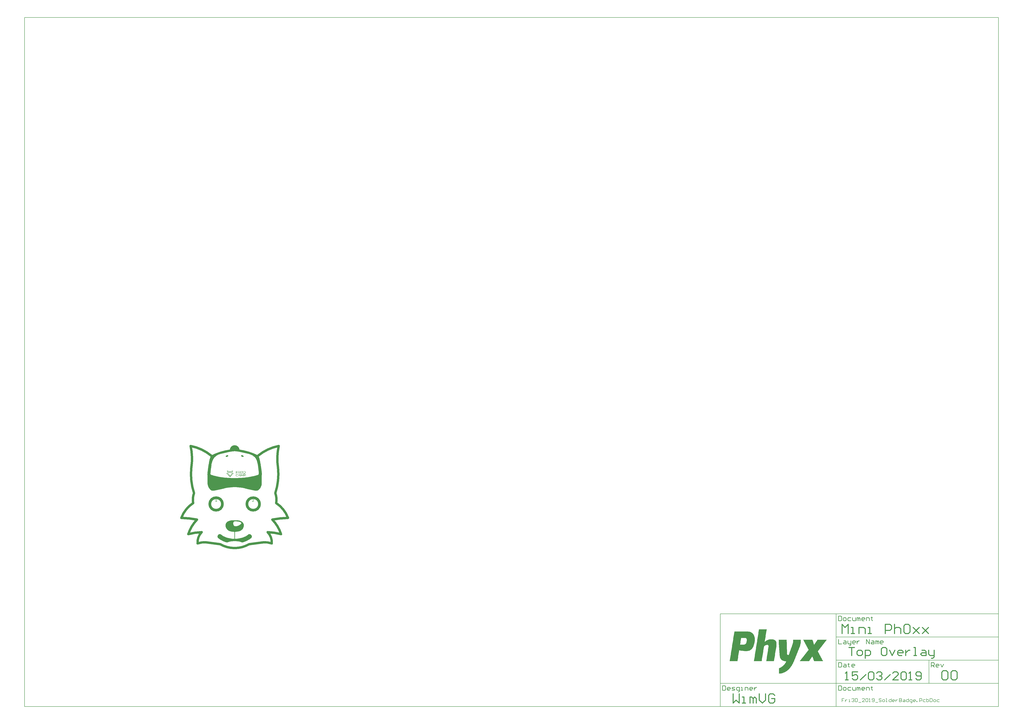
<source format=gto>
G04*
G04 #@! TF.GenerationSoftware,Altium Limited,Altium Designer,18.1.9 (240)*
G04*
G04 Layer_Color=65535*
%FSLAX25Y25*%
%MOIN*%
G70*
G01*
G75*
%ADD10C,0.00787*%
%ADD11C,0.04331*%
%ADD12C,0.04724*%
%ADD13C,0.03937*%
%ADD14C,0.00394*%
%ADD15C,0.00591*%
%ADD16C,0.00984*%
%ADD17C,0.01575*%
G36*
X1126Y170317D02*
X1680Y170126D01*
X2284Y169797D01*
X2826Y169373D01*
X3291Y168865D01*
X3630Y168340D01*
X4020Y167321D01*
X4020Y167321D01*
X4020Y167321D01*
X4021Y167321D01*
X5187Y167160D01*
X5281Y167147D01*
X6120Y167020D01*
X6216Y167004D01*
X7376Y166813D01*
X8539Y166609D01*
X8870Y166550D01*
X9864Y166365D01*
X10857Y166172D01*
X11352Y166072D01*
X11352D01*
X12447Y165852D01*
X14630Y165384D01*
X16808Y164890D01*
X18959Y164375D01*
X20063Y164097D01*
X20063D01*
X21165Y163816D01*
X21711Y163675D01*
X22808Y163385D01*
X23389Y163227D01*
X24450Y162935D01*
X25507Y162637D01*
X26019Y162490D01*
X27063Y162183D01*
X27578Y162028D01*
X28621Y161708D01*
X28624Y161707D01*
X28626Y161706D01*
X29670Y161376D01*
X30055Y161253D01*
X31003Y160938D01*
X31948Y160614D01*
X32419Y160447D01*
X32419Y160447D01*
X32827Y160303D01*
X33641Y160002D01*
X34449Y159689D01*
X35252Y159363D01*
X35652Y159195D01*
X36213Y158988D01*
X37296Y158483D01*
X38333Y157889D01*
X39318Y157212D01*
X39783Y156831D01*
X39789Y156826D01*
X39794Y156821D01*
X39799Y156816D01*
X39801Y156813D01*
X39801D01*
X39871Y156736D01*
X40006Y156578D01*
X40135Y156414D01*
X40258Y156247D01*
X40316Y156161D01*
X40317Y156159D01*
X40320Y156156D01*
X40322Y156153D01*
X40324Y156149D01*
X40325Y156148D01*
X40330Y156141D01*
X40403Y156032D01*
X40541Y155808D01*
X40668Y155578D01*
X40785Y155343D01*
X40838Y155223D01*
X40838D01*
X40994Y154930D01*
X41270Y154325D01*
X41473Y153799D01*
X41791Y152750D01*
X41791Y152750D01*
X42109Y151700D01*
X42143Y151585D01*
X42359Y150803D01*
X42562Y150017D01*
X42656Y149622D01*
X42656D01*
X42764Y149173D01*
X42971Y148271D01*
X43168Y147367D01*
X43212Y147152D01*
X43443Y146007D01*
X43443Y146007D01*
X43662Y144863D01*
X43722Y144546D01*
X43898Y143570D01*
X44067Y142593D01*
X44148Y142104D01*
X44148D01*
X44231Y141606D01*
X44391Y140609D01*
X44546Y139611D01*
X44604Y139224D01*
X44768Y138111D01*
X44921Y136993D01*
X45139Y135393D01*
X45298Y134227D01*
X45406Y133348D01*
X45435Y133119D01*
X45443Y133055D01*
X45493Y132648D01*
X45550Y132182D01*
X45607Y131711D01*
X45634Y131482D01*
X45736Y130652D01*
X45769Y130367D01*
X45870Y129483D01*
X45967Y128609D01*
X46113Y127248D01*
X46252Y125886D01*
X46319Y125203D01*
X46319Y125202D01*
X46319Y125202D01*
X46321Y125180D01*
X46324Y125135D01*
X46326Y125091D01*
X46327Y125046D01*
Y125024D01*
X46327Y125017D01*
Y125013D01*
X46327Y125013D01*
Y124862D01*
X46283Y124564D01*
X46196Y124275D01*
X46067Y124002D01*
X45984Y123876D01*
Y111644D01*
X45984Y110469D01*
X45984D01*
X45984Y110463D01*
X45977Y109597D01*
X45895Y108561D01*
X45812Y107796D01*
X45465Y106216D01*
X44950Y104683D01*
X44273Y103214D01*
X43442Y101826D01*
X42466Y100537D01*
X41599Y99616D01*
X41040Y99106D01*
X40741Y98833D01*
X40120Y98400D01*
X39822Y98193D01*
X39741Y98141D01*
X39010Y97793D01*
X38243Y97534D01*
X37450Y97370D01*
X36643Y97301D01*
X35834Y97330D01*
X35734Y97346D01*
X34644Y97566D01*
X34644Y97566D01*
X21993Y100084D01*
X21972Y100089D01*
X20871Y100310D01*
X19839Y100606D01*
X19164Y100800D01*
X15736Y101652D01*
X12271Y102336D01*
X8777Y102850D01*
X5262Y103194D01*
X1734Y103367D01*
X-1798Y103367D01*
X-5326Y103196D01*
X-8841Y102853D01*
X-12336Y102339D01*
X-15801Y101656D01*
X-19229Y100805D01*
X-19893Y100615D01*
X-20935Y100316D01*
X-22050Y100093D01*
X-34775Y97557D01*
X-34991Y97492D01*
X-35432Y97394D01*
X-36559Y97294D01*
X-36559Y97294D01*
X-37693Y97409D01*
X-38276Y97517D01*
X-39365Y97908D01*
X-39906Y98209D01*
X-40334Y98496D01*
X-40836Y98834D01*
X-40839Y98837D01*
X-41692Y99620D01*
X-42442Y100403D01*
X-43365Y101583D01*
X-44165Y102849D01*
X-44500Y103519D01*
X-44500Y103519D01*
X-44904Y104325D01*
X-45513Y106023D01*
X-45913Y107782D01*
X-46071Y109301D01*
X-46082Y110285D01*
X-46084Y110480D01*
X-46084Y111661D01*
Y113057D01*
X-46083Y113069D01*
X-46082Y113081D01*
X-46080Y113093D01*
X-46078Y113098D01*
Y124009D01*
X-46077Y124023D01*
X-46075Y124037D01*
X-46072Y124051D01*
X-46070Y124058D01*
X-46130Y124169D01*
X-46221Y124404D01*
X-46282Y124649D01*
X-46313Y124899D01*
X-46313Y125025D01*
X-46313Y125047D01*
X-46312Y125091D01*
X-46310Y125134D01*
X-46308Y125178D01*
X-46306Y125200D01*
X-46306Y125200D01*
X-46306Y125201D01*
X-46305Y125203D01*
X-46239Y125886D01*
X-46099Y127248D01*
X-45954Y128609D01*
X-45801Y129970D01*
X-45722Y130650D01*
X-45722Y130650D01*
X-45722Y130653D01*
X-45722D01*
X-45643Y131297D01*
X-45610Y131580D01*
X-45542Y132145D01*
X-45472Y132711D01*
X-45402Y133280D01*
X-45366Y133559D01*
X-45366Y133559D01*
X-45285Y134227D01*
X-45132Y135343D01*
X-44754Y138111D01*
X-44754Y138111D01*
X-44754Y138112D01*
X-44754Y138112D01*
X-44682Y138611D01*
X-44532Y139610D01*
X-44377Y140608D01*
X-44324Y140939D01*
X-44135Y142104D01*
X-44135Y142104D01*
X-44124Y142169D01*
X-43937Y143266D01*
X-43885Y143570D01*
X-43708Y144545D01*
X-43525Y145520D01*
X-43430Y146006D01*
X-43429Y146008D01*
X-43341Y146462D01*
X-43154Y147368D01*
X-42957Y148271D01*
X-42908Y148485D01*
X-42643Y149620D01*
X-42642Y149622D01*
X-42355Y150762D01*
X-42294Y150991D01*
X-42210Y151291D01*
X-41903Y152345D01*
X-41777Y152750D01*
X-41699Y153060D01*
X-41602Y153401D01*
X-41249Y154369D01*
X-40750Y155390D01*
X-40147Y156354D01*
X-39797Y156801D01*
X-39795Y156805D01*
X-39790Y156811D01*
X-39784Y156817D01*
X-39779Y156822D01*
X-39592Y156995D01*
X-39204Y157310D01*
X-38797Y157599D01*
X-38372Y157861D01*
X-38151Y157979D01*
X-37846Y158148D01*
X-37227Y158468D01*
X-36714Y158717D01*
X-35646Y159191D01*
X-35642Y159193D01*
X-35642Y159193D01*
Y159193D01*
X-34554Y159641D01*
X-34438Y159688D01*
X-33629Y160001D01*
X-33494Y160051D01*
X-32405Y160447D01*
X-32405Y160447D01*
X-31317Y160826D01*
X-30990Y160938D01*
X-30042Y161253D01*
X-29726Y161354D01*
X-28613Y161706D01*
X-27500Y162047D01*
X-27051Y162183D01*
X-26007Y162490D01*
X-24961Y162789D01*
X-24436Y162935D01*
Y162935D01*
X-24436D01*
X-24436Y162935D01*
X-23342Y163239D01*
X-21146Y163821D01*
X-18943Y164376D01*
X-16778Y164894D01*
X-15626Y165155D01*
X-14475Y165412D01*
X-14022Y165512D01*
X-12950Y165742D01*
X-11877Y165964D01*
X-11340Y166072D01*
X-11340Y166072D01*
X-11339Y166073D01*
X-10428Y166260D01*
X-8601Y166603D01*
X-6767Y166915D01*
X-4929Y167195D01*
X-4008Y167320D01*
X-3926Y167654D01*
X-3652Y168286D01*
X-3278Y168864D01*
X-2814Y169372D01*
X-2272Y169797D01*
X-1668Y170126D01*
X-1114Y170317D01*
X6Y170464D01*
X1126Y170317D01*
D02*
G37*
G36*
X6Y47239D02*
X1170Y47237D01*
X2345Y47222D01*
Y47222D01*
X2345Y47222D01*
X2860Y47204D01*
X3514Y47181D01*
X3514Y47181D01*
X4088Y47142D01*
X4683Y47101D01*
X4683Y47101D01*
X5269Y47036D01*
X5853Y46970D01*
X6958Y46788D01*
X7022Y46775D01*
X7635Y46657D01*
X8839Y46327D01*
X10014Y45904D01*
X10723Y45584D01*
X11699Y45090D01*
X12627Y44478D01*
X13137Y44077D01*
X13938Y43217D01*
X14597Y42244D01*
X15098Y41180D01*
X15428Y40052D01*
X15580Y38887D01*
X15551Y37712D01*
X15445Y37133D01*
X15414Y36955D01*
X15341Y36601D01*
X15260Y36249D01*
X15169Y35899D01*
X15119Y35726D01*
X14916Y34967D01*
X14271Y33535D01*
X13405Y32224D01*
X12340Y31069D01*
X11722Y30583D01*
X11539Y30441D01*
X11161Y30172D01*
X10771Y29919D01*
X10371Y29682D01*
X10166Y29573D01*
Y29573D01*
X9935Y29450D01*
X9465Y29222D01*
X8986Y29011D01*
X8500Y28820D01*
X8253Y28734D01*
X8253Y28734D01*
X7970Y28635D01*
X7399Y28456D01*
X6821Y28297D01*
X6239Y28157D01*
X5946Y28097D01*
X5213Y27952D01*
X3734Y27739D01*
X2246Y27602D01*
X1183Y27559D01*
X6Y27550D01*
X6D01*
X-1163Y27565D01*
X-1942Y27598D01*
X-2720Y27649D01*
X-3109Y27684D01*
X-3445Y27713D01*
X-4117Y27791D01*
X-4682Y27872D01*
X-5783Y28066D01*
Y28066D01*
X-6861Y28314D01*
X-7210Y28407D01*
X-7772Y28576D01*
X-8051Y28669D01*
X-8051Y28669D01*
X-8294Y28751D01*
X-8775Y28933D01*
X-8953Y29007D01*
X-9945Y29465D01*
X-10909Y29988D01*
X-12011Y30777D01*
X-13164Y31938D01*
X-14107Y33276D01*
X-14460Y34015D01*
X-14612Y34337D01*
X-14875Y35000D01*
X-15088Y35645D01*
X-15351Y36717D01*
X-15351Y36717D01*
X-15511Y37832D01*
X-15550Y38623D01*
X-15403Y39896D01*
X-15051Y41127D01*
X-14502Y42285D01*
X-13771Y43338D01*
X-12878Y44257D01*
X-11847Y45017D01*
X-11276Y45308D01*
X-11141Y45378D01*
X-10148Y45832D01*
X-10094Y45851D01*
X-9876Y45932D01*
X-9504Y46069D01*
X-8545Y46386D01*
X-8483Y46404D01*
X-8399Y46427D01*
X-7373Y46687D01*
X-6779Y46813D01*
X-6921Y46783D01*
X-7353Y46692D01*
X-7353Y46692D01*
X-6921Y46783D01*
X-6777Y46814D01*
X-6779Y46813D01*
X-6667Y46837D01*
X-6624Y46844D01*
X-5518Y47010D01*
X-5075Y47056D01*
X-4514Y47115D01*
X-3945Y47151D01*
X-3366Y47187D01*
X-2213Y47224D01*
X-1968Y47228D01*
X-1404Y47235D01*
X-840Y47239D01*
X-276Y47240D01*
X6Y47239D01*
D02*
G37*
G36*
X25562Y23602D02*
X25948Y23567D01*
X26692Y23347D01*
X27379Y22985D01*
X27982Y22497D01*
X28230Y22199D01*
X28477Y21900D01*
X28847Y21218D01*
X29076Y20477D01*
X29156Y19706D01*
X29085Y18934D01*
X28863Y18190D01*
X28502Y17504D01*
X28013Y16902D01*
X27715Y16654D01*
X27715D01*
X26891Y15999D01*
X25172Y14782D01*
X23389Y13662D01*
X21546Y12643D01*
X19649Y11728D01*
X17705Y10920D01*
X15718Y10221D01*
X13696Y9633D01*
X12672Y9396D01*
X11168Y9997D01*
X8062Y10950D01*
X4870Y11558D01*
X1631Y11811D01*
X6Y11804D01*
X0Y11811D01*
X-6Y11804D01*
X-1631Y11811D01*
X-4870Y11558D01*
X-8062Y10950D01*
X-11168Y9997D01*
X-12672Y9396D01*
X-13696Y9633D01*
X-15718Y10221D01*
X-17705Y10920D01*
X-19649Y11728D01*
X-21546Y12643D01*
X-23389Y13662D01*
X-25172Y14782D01*
X-26891Y15999D01*
X-27715Y16654D01*
X-28013Y16902D01*
X-28502Y17504D01*
X-28863Y18190D01*
X-29085Y18934D01*
X-29156Y19706D01*
X-29076Y20477D01*
X-28847Y21218D01*
X-28477Y21900D01*
X-28230Y22199D01*
X-28230D01*
X-27982Y22497D01*
X-27379Y22985D01*
X-26692Y23347D01*
X-25948Y23567D01*
X-25562Y23602D01*
X-25176Y23637D01*
X-24404Y23556D01*
X-23663Y23325D01*
X-22982Y22954D01*
X-22684Y22706D01*
X-22684Y22706D01*
X-22270Y22372D01*
X-21419Y21732D01*
X-20541Y21132D01*
X-19636Y20572D01*
X-19175Y20307D01*
X-18928Y20170D01*
X-18432Y19904D01*
X-17931Y19646D01*
X-17424Y19399D01*
X-17169Y19279D01*
X-17169D01*
X-16904Y19157D01*
X-16371Y18921D01*
X-15833Y18694D01*
X-15292Y18476D01*
X-15020Y18371D01*
X-15020Y18371D01*
X-14447Y18159D01*
X-13291Y17763D01*
X-12123Y17405D01*
X-10945Y17084D01*
X-10352Y16938D01*
X-9405Y16725D01*
X-7498Y16360D01*
X-5577Y16081D01*
X-3646Y15886D01*
X-2677Y15820D01*
X-2344Y15802D01*
X-1676Y15773D01*
X-1008Y15754D01*
X-340Y15744D01*
X-6Y15743D01*
X0Y15748D01*
X6Y15743D01*
X340Y15744D01*
X1008Y15754D01*
X1676Y15773D01*
X2344Y15802D01*
X2677Y15820D01*
X3646Y15886D01*
X5577Y16081D01*
X7498Y16360D01*
X9405Y16725D01*
X10352Y16938D01*
X10945Y17084D01*
X12123Y17405D01*
X13291Y17763D01*
X14447Y18159D01*
X15020Y18371D01*
Y18371D01*
X15292Y18476D01*
X15833Y18694D01*
X16371Y18921D01*
X16904Y19157D01*
X17169Y19279D01*
X17424Y19399D01*
X17931Y19646D01*
X18432Y19904D01*
X18928Y20170D01*
X19174Y20307D01*
X19175D01*
X19636Y20572D01*
X20541Y21132D01*
X21419Y21732D01*
X22270Y22372D01*
X22684Y22706D01*
Y22706D01*
X22982Y22954D01*
X23663Y23325D01*
X24404Y23556D01*
X25176Y23637D01*
X25562Y23602D01*
D02*
G37*
G36*
X12677Y9394D02*
X12670Y9396D01*
X12670D01*
X12672Y9396D01*
X12677Y9394D01*
D02*
G37*
G36*
X-12670Y9396D02*
X-12677Y9394D01*
X-12672Y9396D01*
X-12670Y9396D01*
D02*
G37*
G36*
X1005337Y-155808D02*
X1005050D01*
Y-156094D01*
X1004764D01*
Y-156380D01*
Y-156667D01*
X1004478D01*
Y-156953D01*
X1004192D01*
Y-157239D01*
X1003905D01*
Y-157526D01*
Y-157812D01*
X1003619D01*
Y-158098D01*
X1003333D01*
Y-158385D01*
X1003046D01*
Y-158671D01*
X1002760D01*
Y-158957D01*
Y-159244D01*
X1002474D01*
Y-159530D01*
X1002187D01*
Y-159816D01*
X1001901D01*
Y-160102D01*
Y-160389D01*
X1001615D01*
Y-160675D01*
X1001328D01*
Y-160961D01*
X1001042D01*
Y-161248D01*
X1000756D01*
Y-161534D01*
Y-161820D01*
X1000469D01*
Y-162107D01*
X1000183D01*
Y-162393D01*
X999897D01*
Y-162679D01*
Y-162966D01*
X999611D01*
Y-163252D01*
X999324D01*
Y-163538D01*
X999038D01*
Y-163824D01*
Y-164111D01*
X998752D01*
Y-164397D01*
X998465D01*
Y-164683D01*
X998179D01*
Y-164970D01*
X997893D01*
Y-165256D01*
Y-165542D01*
X997606D01*
Y-165829D01*
X997320D01*
Y-166115D01*
X997034D01*
Y-166401D01*
Y-166688D01*
X996747D01*
Y-166974D01*
X996461D01*
Y-167260D01*
X996175D01*
Y-167547D01*
Y-167833D01*
X995889D01*
Y-168119D01*
X995602D01*
Y-168405D01*
X995316D01*
Y-168692D01*
X995030D01*
Y-168978D01*
Y-169264D01*
X994743D01*
Y-169551D01*
X994457D01*
Y-169837D01*
X994171D01*
Y-170123D01*
Y-170410D01*
X993884D01*
Y-170696D01*
X993598D01*
Y-170982D01*
X993312D01*
Y-171269D01*
Y-171555D01*
X993025D01*
Y-171841D01*
X992739D01*
Y-172127D01*
X992453D01*
Y-172414D01*
X992166D01*
Y-172700D01*
Y-172986D01*
X991880D01*
Y-173273D01*
X991594D01*
Y-173559D01*
X991308D01*
Y-173845D01*
Y-174132D01*
X991021D01*
Y-174418D01*
X990735D01*
Y-174704D01*
X990449D01*
Y-174991D01*
X990162D01*
Y-175277D01*
Y-175563D01*
X990449D01*
Y-175850D01*
Y-176136D01*
X990735D01*
Y-176422D01*
Y-176709D01*
X991021D01*
Y-176995D01*
X991308D01*
Y-177281D01*
Y-177568D01*
X991594D01*
Y-177854D01*
Y-178140D01*
X991880D01*
Y-178426D01*
Y-178713D01*
X992166D01*
Y-178999D01*
Y-179285D01*
X992453D01*
Y-179572D01*
Y-179858D01*
X992739D01*
Y-180144D01*
Y-180431D01*
X993025D01*
Y-180717D01*
Y-181003D01*
X993312D01*
Y-181290D01*
Y-181576D01*
X993598D01*
Y-181862D01*
X993884D01*
Y-182149D01*
Y-182435D01*
X994171D01*
Y-182721D01*
Y-183007D01*
X994457D01*
Y-183294D01*
Y-183580D01*
X994743D01*
Y-183866D01*
Y-184153D01*
X995030D01*
Y-184439D01*
Y-184725D01*
X995316D01*
Y-185012D01*
Y-185298D01*
X995602D01*
Y-185584D01*
Y-185871D01*
X995889D01*
Y-186157D01*
X996175D01*
Y-186443D01*
Y-186730D01*
X996461D01*
Y-187016D01*
Y-187302D01*
X996747D01*
Y-187588D01*
Y-187875D01*
X997034D01*
Y-188161D01*
Y-188447D01*
X997320D01*
Y-188734D01*
Y-189020D01*
X997606D01*
Y-189306D01*
Y-189593D01*
X997893D01*
Y-189879D01*
Y-190165D01*
X998179D01*
Y-190452D01*
X998465D01*
Y-190738D01*
Y-191024D01*
X998752D01*
Y-191311D01*
Y-191597D01*
X999038D01*
Y-191883D01*
X983863D01*
Y-191597D01*
X983577D01*
Y-191311D01*
Y-191024D01*
Y-190738D01*
X983291D01*
Y-190452D01*
Y-190165D01*
Y-189879D01*
X983004D01*
Y-189593D01*
Y-189306D01*
X982718D01*
Y-189020D01*
Y-188734D01*
Y-188447D01*
X982432D01*
Y-188161D01*
Y-187875D01*
Y-187588D01*
X982146D01*
Y-187302D01*
Y-187016D01*
X981859D01*
Y-186730D01*
Y-186443D01*
Y-186157D01*
X981573D01*
Y-185871D01*
Y-185584D01*
Y-185298D01*
X981287D01*
Y-185012D01*
Y-184725D01*
Y-184439D01*
X981000D01*
Y-184153D01*
X980428D01*
Y-184439D01*
Y-184725D01*
X980141D01*
Y-185012D01*
X979855D01*
Y-185298D01*
Y-185584D01*
X979569D01*
Y-185871D01*
X979282D01*
Y-186157D01*
Y-186443D01*
X978996D01*
Y-186730D01*
X978710D01*
Y-187016D01*
Y-187302D01*
X978423D01*
Y-187588D01*
X978137D01*
Y-187875D01*
X977851D01*
Y-188161D01*
Y-188447D01*
X977565D01*
Y-188734D01*
X977278D01*
Y-189020D01*
Y-189306D01*
X976992D01*
Y-189593D01*
X976705D01*
Y-189879D01*
Y-190165D01*
X976419D01*
Y-190452D01*
X976133D01*
Y-190738D01*
Y-191024D01*
X975847D01*
Y-191311D01*
X975560D01*
Y-191597D01*
Y-191883D01*
X959527D01*
Y-191597D01*
X959813D01*
Y-191311D01*
X960099D01*
Y-191024D01*
X960386D01*
Y-190738D01*
X960672D01*
Y-190452D01*
Y-190165D01*
X960958D01*
Y-189879D01*
X961245D01*
Y-189593D01*
X961531D01*
Y-189306D01*
X961817D01*
Y-189020D01*
Y-188734D01*
X962104D01*
Y-188447D01*
X962390D01*
Y-188161D01*
X962676D01*
Y-187875D01*
Y-187588D01*
X962963D01*
Y-187302D01*
X963249D01*
Y-187016D01*
X963535D01*
Y-186730D01*
X963822D01*
Y-186443D01*
Y-186157D01*
X964108D01*
Y-185871D01*
X964394D01*
Y-185584D01*
X964680D01*
Y-185298D01*
X964967D01*
Y-185012D01*
Y-184725D01*
X965253D01*
Y-184439D01*
X965539D01*
Y-184153D01*
X965826D01*
Y-183866D01*
Y-183580D01*
X966112D01*
Y-183294D01*
X966398D01*
Y-183007D01*
X966685D01*
Y-182721D01*
X966971D01*
Y-182435D01*
Y-182149D01*
X967257D01*
Y-181862D01*
X967544D01*
Y-181576D01*
X967830D01*
Y-181290D01*
Y-181003D01*
X968116D01*
Y-180717D01*
X968402D01*
Y-180431D01*
X968689D01*
Y-180144D01*
X968975D01*
Y-179858D01*
Y-179572D01*
X969261D01*
Y-179285D01*
X969548D01*
Y-178999D01*
X969834D01*
Y-178713D01*
Y-178426D01*
X970120D01*
Y-178140D01*
X970407D01*
Y-177854D01*
X970693D01*
Y-177568D01*
X970979D01*
Y-177281D01*
Y-176995D01*
X971266D01*
Y-176709D01*
X971552D01*
Y-176422D01*
X971838D01*
Y-176136D01*
X972124D01*
Y-175850D01*
Y-175563D01*
X972411D01*
Y-175277D01*
X972697D01*
Y-174991D01*
X972983D01*
Y-174704D01*
Y-174418D01*
X973270D01*
Y-174132D01*
X973556D01*
Y-173845D01*
X973842D01*
Y-173559D01*
X974129D01*
Y-173273D01*
Y-172986D01*
X974415D01*
Y-172700D01*
Y-172414D01*
Y-172127D01*
X974129D01*
Y-171841D01*
X973842D01*
Y-171555D01*
Y-171269D01*
X973556D01*
Y-170982D01*
Y-170696D01*
X973270D01*
Y-170410D01*
Y-170123D01*
X972983D01*
Y-169837D01*
Y-169551D01*
X972697D01*
Y-169264D01*
Y-168978D01*
X972411D01*
Y-168692D01*
Y-168405D01*
X972124D01*
Y-168119D01*
X971838D01*
Y-167833D01*
Y-167547D01*
X971552D01*
Y-167260D01*
Y-166974D01*
X971266D01*
Y-166688D01*
Y-166401D01*
X970979D01*
Y-166115D01*
Y-165829D01*
X970693D01*
Y-165542D01*
Y-165256D01*
X970407D01*
Y-164970D01*
Y-164683D01*
X970120D01*
Y-164397D01*
X969834D01*
Y-164111D01*
Y-163824D01*
X969548D01*
Y-163538D01*
Y-163252D01*
X969261D01*
Y-162966D01*
Y-162679D01*
X968975D01*
Y-162393D01*
Y-162107D01*
X968689D01*
Y-161820D01*
Y-161534D01*
X968402D01*
Y-161248D01*
Y-160961D01*
X968116D01*
Y-160675D01*
Y-160389D01*
X967830D01*
Y-160102D01*
X967544D01*
Y-159816D01*
Y-159530D01*
X967257D01*
Y-159244D01*
Y-158957D01*
X966971D01*
Y-158671D01*
Y-158385D01*
X966685D01*
Y-158098D01*
Y-157812D01*
X966398D01*
Y-157526D01*
Y-157239D01*
X966112D01*
Y-156953D01*
Y-156667D01*
X965826D01*
Y-156380D01*
X965539D01*
Y-156094D01*
Y-155808D01*
X965253D01*
Y-155521D01*
X981000D01*
Y-155808D01*
X981287D01*
Y-156094D01*
Y-156380D01*
Y-156667D01*
X981573D01*
Y-156953D01*
Y-157239D01*
Y-157526D01*
X981859D01*
Y-157812D01*
Y-158098D01*
Y-158385D01*
X982146D01*
Y-158671D01*
Y-158957D01*
Y-159244D01*
X982432D01*
Y-159530D01*
Y-159816D01*
Y-160102D01*
X982718D01*
Y-160389D01*
Y-160675D01*
Y-160961D01*
X983004D01*
Y-161248D01*
Y-161534D01*
Y-161820D01*
X983291D01*
Y-162107D01*
Y-162393D01*
Y-162679D01*
X983577D01*
Y-162966D01*
Y-163252D01*
Y-163538D01*
Y-163824D01*
X984150D01*
Y-163538D01*
X984436D01*
Y-163252D01*
X984722D01*
Y-162966D01*
Y-162679D01*
X985009D01*
Y-162393D01*
X985295D01*
Y-162107D01*
Y-161820D01*
X985581D01*
Y-161534D01*
X985868D01*
Y-161248D01*
Y-160961D01*
X986154D01*
Y-160675D01*
X986440D01*
Y-160389D01*
Y-160102D01*
X986726D01*
Y-159816D01*
X987013D01*
Y-159530D01*
Y-159244D01*
X987299D01*
Y-158957D01*
X987585D01*
Y-158671D01*
Y-158385D01*
X987872D01*
Y-158098D01*
X988158D01*
Y-157812D01*
Y-157526D01*
X988444D01*
Y-157239D01*
X988731D01*
Y-156953D01*
Y-156667D01*
X989017D01*
Y-156380D01*
X989303D01*
Y-156094D01*
Y-155808D01*
X989590D01*
Y-155521D01*
X1005337D01*
Y-155808D01*
D02*
G37*
G36*
X872201Y-141778D02*
X873919D01*
Y-142065D01*
X874778D01*
Y-142351D01*
X875637D01*
Y-142637D01*
X876496D01*
Y-142924D01*
X877069D01*
Y-143210D01*
X877355D01*
Y-143496D01*
X877928D01*
Y-143783D01*
X878214D01*
Y-144069D01*
X878786D01*
Y-144355D01*
X879073D01*
Y-144641D01*
X879359D01*
Y-144928D01*
X879646D01*
Y-145214D01*
X879932D01*
Y-145501D01*
X880218D01*
Y-145787D01*
X880504D01*
Y-146073D01*
Y-146359D01*
X880791D01*
Y-146646D01*
X881077D01*
Y-146932D01*
Y-147218D01*
X881363D01*
Y-147505D01*
X881650D01*
Y-147791D01*
Y-148077D01*
X881936D01*
Y-148364D01*
Y-148650D01*
Y-148936D01*
X882222D01*
Y-149223D01*
Y-149509D01*
Y-149795D01*
X882509D01*
Y-150082D01*
Y-150368D01*
Y-150654D01*
Y-150940D01*
X882795D01*
Y-151227D01*
Y-151513D01*
Y-151799D01*
Y-152086D01*
Y-152372D01*
X883081D01*
Y-152658D01*
Y-152945D01*
Y-153231D01*
Y-153517D01*
Y-153804D01*
Y-154090D01*
Y-154376D01*
Y-154663D01*
Y-154949D01*
Y-155235D01*
Y-155521D01*
Y-155808D01*
Y-156094D01*
Y-156380D01*
Y-156667D01*
Y-156953D01*
Y-157239D01*
Y-157526D01*
Y-157812D01*
Y-158098D01*
X882795D01*
Y-158385D01*
Y-158671D01*
Y-158957D01*
Y-159244D01*
Y-159530D01*
Y-159816D01*
Y-160102D01*
X882509D01*
Y-160389D01*
Y-160675D01*
Y-160961D01*
Y-161248D01*
Y-161534D01*
X882222D01*
Y-161820D01*
Y-162107D01*
Y-162393D01*
Y-162679D01*
Y-162966D01*
X881936D01*
Y-163252D01*
Y-163538D01*
Y-163824D01*
X881650D01*
Y-164111D01*
Y-164397D01*
Y-164683D01*
Y-164970D01*
X881363D01*
Y-165256D01*
Y-165542D01*
Y-165829D01*
X881077D01*
Y-166115D01*
Y-166401D01*
X880791D01*
Y-166688D01*
Y-166974D01*
Y-167260D01*
X880504D01*
Y-167547D01*
Y-167833D01*
X880218D01*
Y-168119D01*
Y-168405D01*
X879932D01*
Y-168692D01*
Y-168978D01*
X879646D01*
Y-169264D01*
X879359D01*
Y-169551D01*
Y-169837D01*
X879073D01*
Y-170123D01*
X878786D01*
Y-170410D01*
X878500D01*
Y-170696D01*
Y-170982D01*
X878214D01*
Y-171269D01*
X877928D01*
Y-171555D01*
X877641D01*
Y-171841D01*
X877355D01*
Y-172127D01*
X877069D01*
Y-172414D01*
X876496D01*
Y-172700D01*
X876210D01*
Y-172986D01*
X875637D01*
Y-173273D01*
X875351D01*
Y-173559D01*
X874778D01*
Y-173845D01*
X873919D01*
Y-174132D01*
X873060D01*
Y-174418D01*
X872201D01*
Y-174704D01*
X870483D01*
Y-174991D01*
X865330D01*
Y-174704D01*
X862753D01*
Y-174418D01*
X860749D01*
Y-174132D01*
X859317D01*
Y-173845D01*
X857886D01*
Y-173559D01*
X856454D01*
Y-173845D01*
Y-174132D01*
Y-174418D01*
Y-174704D01*
Y-174991D01*
Y-175277D01*
Y-175563D01*
X856168D01*
Y-175850D01*
Y-176136D01*
Y-176422D01*
Y-176709D01*
Y-176995D01*
Y-177281D01*
X855882D01*
Y-177568D01*
Y-177854D01*
Y-178140D01*
Y-178426D01*
Y-178713D01*
Y-178999D01*
X855595D01*
Y-179285D01*
Y-179572D01*
Y-179858D01*
Y-180144D01*
Y-180431D01*
Y-180717D01*
Y-181003D01*
X855309D01*
Y-181290D01*
Y-181576D01*
Y-181862D01*
Y-182149D01*
Y-182435D01*
Y-182721D01*
X855023D01*
Y-183007D01*
Y-183294D01*
Y-183580D01*
Y-183866D01*
Y-184153D01*
Y-184439D01*
X854736D01*
Y-184725D01*
Y-185012D01*
Y-185298D01*
Y-185584D01*
Y-185871D01*
Y-186157D01*
Y-186443D01*
X854450D01*
Y-186730D01*
Y-187016D01*
Y-187302D01*
Y-187588D01*
Y-187875D01*
Y-188161D01*
X854164D01*
Y-188447D01*
Y-188734D01*
Y-189020D01*
Y-189306D01*
Y-189593D01*
Y-189879D01*
X853877D01*
Y-190165D01*
Y-190452D01*
Y-190738D01*
Y-191024D01*
Y-191311D01*
Y-191597D01*
Y-191883D01*
X840421D01*
Y-191597D01*
X840707D01*
Y-191311D01*
Y-191024D01*
Y-190738D01*
Y-190452D01*
Y-190165D01*
X840993D01*
Y-189879D01*
Y-189593D01*
Y-189306D01*
Y-189020D01*
Y-188734D01*
Y-188447D01*
Y-188161D01*
X841280D01*
Y-187875D01*
Y-187588D01*
Y-187302D01*
Y-187016D01*
Y-186730D01*
Y-186443D01*
X841566D01*
Y-186157D01*
Y-185871D01*
Y-185584D01*
Y-185298D01*
Y-185012D01*
Y-184725D01*
X841852D01*
Y-184439D01*
Y-184153D01*
Y-183866D01*
Y-183580D01*
Y-183294D01*
Y-183007D01*
Y-182721D01*
X842138D01*
Y-182435D01*
Y-182149D01*
Y-181862D01*
Y-181576D01*
Y-181290D01*
Y-181003D01*
X842425D01*
Y-180717D01*
Y-180431D01*
Y-180144D01*
Y-179858D01*
Y-179572D01*
Y-179285D01*
X842711D01*
Y-178999D01*
Y-178713D01*
Y-178426D01*
Y-178140D01*
Y-177854D01*
Y-177568D01*
X842997D01*
Y-177281D01*
Y-176995D01*
Y-176709D01*
Y-176422D01*
Y-176136D01*
Y-175850D01*
Y-175563D01*
X843284D01*
Y-175277D01*
Y-174991D01*
Y-174704D01*
Y-174418D01*
Y-174132D01*
Y-173845D01*
X843570D01*
Y-173559D01*
Y-173273D01*
Y-172986D01*
Y-172700D01*
Y-172414D01*
Y-172127D01*
X843856D01*
Y-171841D01*
Y-171555D01*
Y-171269D01*
Y-170982D01*
Y-170696D01*
Y-170410D01*
X844143D01*
Y-170123D01*
Y-169837D01*
Y-169551D01*
Y-169264D01*
Y-168978D01*
Y-168692D01*
Y-168405D01*
X844429D01*
Y-168119D01*
Y-167833D01*
Y-167547D01*
Y-167260D01*
Y-166974D01*
Y-166688D01*
X844715D01*
Y-166401D01*
Y-166115D01*
Y-165829D01*
Y-165542D01*
Y-165256D01*
Y-164970D01*
X845002D01*
Y-164683D01*
Y-164397D01*
Y-164111D01*
Y-163824D01*
Y-163538D01*
Y-163252D01*
Y-162966D01*
X845288D01*
Y-162679D01*
Y-162393D01*
Y-162107D01*
Y-161820D01*
Y-161534D01*
Y-161248D01*
X845574D01*
Y-160961D01*
Y-160675D01*
Y-160389D01*
Y-160102D01*
Y-159816D01*
Y-159530D01*
X845861D01*
Y-159244D01*
Y-158957D01*
Y-158671D01*
Y-158385D01*
Y-158098D01*
Y-157812D01*
X846147D01*
Y-157526D01*
Y-157239D01*
Y-156953D01*
Y-156667D01*
Y-156380D01*
Y-156094D01*
Y-155808D01*
X846433D01*
Y-155521D01*
Y-155235D01*
Y-154949D01*
Y-154663D01*
Y-154376D01*
Y-154090D01*
X846719D01*
Y-153804D01*
Y-153517D01*
Y-153231D01*
Y-152945D01*
Y-152658D01*
Y-152372D01*
X847006D01*
Y-152086D01*
Y-151799D01*
Y-151513D01*
Y-151227D01*
Y-150940D01*
Y-150654D01*
Y-150368D01*
X847292D01*
Y-150082D01*
Y-149795D01*
Y-149509D01*
Y-149223D01*
Y-148936D01*
Y-148650D01*
X847578D01*
Y-148364D01*
Y-148077D01*
Y-147791D01*
Y-147505D01*
Y-147218D01*
Y-146932D01*
X847865D01*
Y-146646D01*
Y-146359D01*
Y-146073D01*
Y-145787D01*
Y-145501D01*
Y-145214D01*
Y-144928D01*
X848151D01*
Y-144641D01*
Y-144355D01*
Y-144069D01*
Y-143783D01*
Y-143496D01*
Y-143210D01*
X848437D01*
Y-142924D01*
Y-142637D01*
Y-142351D01*
Y-142065D01*
Y-141778D01*
Y-141492D01*
X872201D01*
Y-141778D01*
D02*
G37*
G36*
X961245Y-155808D02*
Y-156094D01*
Y-156380D01*
Y-156667D01*
Y-156953D01*
Y-157239D01*
Y-157526D01*
Y-157812D01*
Y-158098D01*
Y-158385D01*
Y-158671D01*
Y-158957D01*
Y-159244D01*
Y-159530D01*
Y-159816D01*
Y-160102D01*
Y-160389D01*
Y-160675D01*
Y-160961D01*
Y-161248D01*
Y-161534D01*
X960958D01*
Y-161820D01*
Y-162107D01*
Y-162393D01*
Y-162679D01*
Y-162966D01*
X960672D01*
Y-163252D01*
Y-163538D01*
Y-163824D01*
Y-164111D01*
X960386D01*
Y-164397D01*
Y-164683D01*
Y-164970D01*
Y-165256D01*
X960099D01*
Y-165542D01*
Y-165829D01*
Y-166115D01*
X959813D01*
Y-166401D01*
Y-166688D01*
Y-166974D01*
X959527D01*
Y-167260D01*
Y-167547D01*
Y-167833D01*
X959241D01*
Y-168119D01*
Y-168405D01*
Y-168692D01*
X958954D01*
Y-168978D01*
Y-169264D01*
X958668D01*
Y-169551D01*
Y-169837D01*
X958381D01*
Y-170123D01*
Y-170410D01*
Y-170696D01*
X958095D01*
Y-170982D01*
Y-171269D01*
X957809D01*
Y-171555D01*
Y-171841D01*
Y-172127D01*
X957523D01*
Y-172414D01*
Y-172700D01*
X957236D01*
Y-172986D01*
Y-173273D01*
Y-173559D01*
X956950D01*
Y-173845D01*
Y-174132D01*
X956664D01*
Y-174418D01*
Y-174704D01*
Y-174991D01*
X956377D01*
Y-175277D01*
Y-175563D01*
X956091D01*
Y-175850D01*
Y-176136D01*
Y-176422D01*
X955805D01*
Y-176709D01*
Y-176995D01*
X955518D01*
Y-177281D01*
Y-177568D01*
Y-177854D01*
X955232D01*
Y-178140D01*
Y-178426D01*
X954946D01*
Y-178713D01*
Y-178999D01*
Y-179285D01*
X954659D01*
Y-179572D01*
Y-179858D01*
X954373D01*
Y-180144D01*
Y-180431D01*
Y-180717D01*
X954087D01*
Y-181003D01*
Y-181290D01*
X953800D01*
Y-181576D01*
Y-181862D01*
Y-182149D01*
X953514D01*
Y-182435D01*
Y-182721D01*
X953228D01*
Y-183007D01*
Y-183294D01*
Y-183580D01*
X952942D01*
Y-183866D01*
Y-184153D01*
X952655D01*
Y-184439D01*
Y-184725D01*
Y-185012D01*
X952369D01*
Y-185298D01*
Y-185584D01*
X952083D01*
Y-185871D01*
Y-186157D01*
Y-186443D01*
X951796D01*
Y-186730D01*
Y-187016D01*
X951510D01*
Y-187302D01*
Y-187588D01*
Y-187875D01*
X951224D01*
Y-188161D01*
Y-188447D01*
X950937D01*
Y-188734D01*
Y-189020D01*
Y-189306D01*
X950651D01*
Y-189593D01*
Y-189879D01*
X950365D01*
Y-190165D01*
Y-190452D01*
Y-190738D01*
X950078D01*
Y-191024D01*
Y-191311D01*
X949792D01*
Y-191597D01*
Y-191883D01*
Y-192169D01*
X949506D01*
Y-192456D01*
Y-192742D01*
X949220D01*
Y-193028D01*
Y-193315D01*
X948933D01*
Y-193601D01*
Y-193887D01*
X948647D01*
Y-194174D01*
Y-194460D01*
Y-194746D01*
X948361D01*
Y-195033D01*
X948074D01*
Y-195319D01*
Y-195605D01*
Y-195891D01*
X947788D01*
Y-196178D01*
X947502D01*
Y-196464D01*
Y-196750D01*
X947215D01*
Y-197037D01*
Y-197323D01*
X946929D01*
Y-197609D01*
Y-197896D01*
X946643D01*
Y-198182D01*
Y-198468D01*
X946356D01*
Y-198755D01*
X946070D01*
Y-199041D01*
Y-199327D01*
X945784D01*
Y-199614D01*
Y-199900D01*
X945497D01*
Y-200186D01*
X945211D01*
Y-200472D01*
X944925D01*
Y-200759D01*
Y-201045D01*
X944639D01*
Y-201331D01*
X944352D01*
Y-201618D01*
Y-201904D01*
X944066D01*
Y-202190D01*
X943780D01*
Y-202477D01*
X943493D01*
Y-202763D01*
Y-203049D01*
X943207D01*
Y-203336D01*
X942921D01*
Y-203622D01*
X942634D01*
Y-203908D01*
X942348D01*
Y-204195D01*
X942062D01*
Y-204481D01*
Y-204767D01*
X941775D01*
Y-205053D01*
X941489D01*
Y-205340D01*
X941203D01*
Y-205626D01*
X940916D01*
Y-205912D01*
X940630D01*
Y-206199D01*
X940344D01*
Y-206485D01*
X940057D01*
Y-206771D01*
X939485D01*
Y-207058D01*
X939199D01*
Y-207344D01*
X938912D01*
Y-207630D01*
X938626D01*
Y-207917D01*
X938340D01*
Y-208203D01*
X937767D01*
Y-208489D01*
X937481D01*
Y-208776D01*
X936908D01*
Y-209062D01*
X936622D01*
Y-209348D01*
X936049D01*
Y-209634D01*
X935763D01*
Y-209921D01*
X935190D01*
Y-210207D01*
X934618D01*
Y-210493D01*
X934045D01*
Y-210780D01*
X933472D01*
Y-211066D01*
X932900D01*
Y-211352D01*
X932041D01*
Y-211639D01*
X931468D01*
Y-211925D01*
X930609D01*
Y-212211D01*
X929464D01*
Y-212498D01*
X928319D01*
Y-212784D01*
X926601D01*
Y-213070D01*
X924597D01*
Y-213357D01*
X924310D01*
Y-213070D01*
Y-212784D01*
Y-212498D01*
Y-212211D01*
Y-211925D01*
Y-211639D01*
Y-211352D01*
Y-211066D01*
Y-210780D01*
Y-210493D01*
Y-210207D01*
Y-209921D01*
Y-209634D01*
Y-209348D01*
Y-209062D01*
Y-208776D01*
Y-208489D01*
Y-208203D01*
Y-207917D01*
Y-207630D01*
Y-207344D01*
Y-207058D01*
Y-206771D01*
Y-206485D01*
Y-206199D01*
Y-205912D01*
Y-205626D01*
Y-205340D01*
Y-205053D01*
Y-204767D01*
Y-204481D01*
Y-204195D01*
Y-203908D01*
X924883D01*
Y-203622D01*
X925455D01*
Y-203336D01*
X926028D01*
Y-203049D01*
X926601D01*
Y-202763D01*
X927173D01*
Y-202477D01*
X927746D01*
Y-202190D01*
X928032D01*
Y-201904D01*
X928605D01*
Y-201618D01*
X928891D01*
Y-201331D01*
X929464D01*
Y-201045D01*
X929750D01*
Y-200759D01*
X930037D01*
Y-200472D01*
X930609D01*
Y-200186D01*
X930896D01*
Y-199900D01*
X931182D01*
Y-199614D01*
X931468D01*
Y-199327D01*
X931754D01*
Y-199041D01*
X932041D01*
Y-198755D01*
X932327D01*
Y-198468D01*
X932613D01*
Y-198182D01*
X932900D01*
Y-197896D01*
X933186D01*
Y-197609D01*
X933472D01*
Y-197323D01*
X933759D01*
Y-197037D01*
Y-196750D01*
X934045D01*
Y-196464D01*
X934331D01*
Y-196178D01*
X934618D01*
Y-195891D01*
Y-195605D01*
X934904D01*
Y-195319D01*
X935190D01*
Y-195033D01*
Y-194746D01*
X935476D01*
Y-194460D01*
Y-194174D01*
X935763D01*
Y-193887D01*
X936049D01*
Y-193601D01*
Y-193315D01*
X936335D01*
Y-193028D01*
Y-192742D01*
X936622D01*
Y-192456D01*
Y-192169D01*
X934904D01*
Y-191883D01*
X932900D01*
Y-191597D01*
X931754D01*
Y-191311D01*
X931182D01*
Y-191024D01*
X930323D01*
Y-190738D01*
X929750D01*
Y-190452D01*
X929464D01*
Y-190165D01*
X928891D01*
Y-189879D01*
X928605D01*
Y-189593D01*
X928319D01*
Y-189306D01*
X928032D01*
Y-189020D01*
X927746D01*
Y-188734D01*
X927460D01*
Y-188447D01*
Y-188161D01*
X927173D01*
Y-187875D01*
X926887D01*
Y-187588D01*
Y-187302D01*
X926601D01*
Y-187016D01*
Y-186730D01*
X926315D01*
Y-186443D01*
Y-186157D01*
X926028D01*
Y-185871D01*
Y-185584D01*
Y-185298D01*
X925742D01*
Y-185012D01*
Y-184725D01*
Y-184439D01*
Y-184153D01*
X925455D01*
Y-183866D01*
Y-183580D01*
Y-183294D01*
Y-183007D01*
Y-182721D01*
Y-182435D01*
Y-182149D01*
X925169D01*
Y-181862D01*
Y-181576D01*
Y-181290D01*
Y-181003D01*
Y-180717D01*
Y-180431D01*
Y-180144D01*
Y-179858D01*
Y-179572D01*
Y-179285D01*
Y-178999D01*
Y-178713D01*
Y-178426D01*
Y-178140D01*
Y-177854D01*
X924883D01*
Y-177568D01*
Y-177281D01*
Y-176995D01*
Y-176709D01*
Y-176422D01*
Y-176136D01*
Y-175850D01*
Y-175563D01*
Y-175277D01*
Y-174991D01*
Y-174704D01*
Y-174418D01*
Y-174132D01*
Y-173845D01*
Y-173559D01*
X924597D01*
Y-173273D01*
Y-172986D01*
Y-172700D01*
Y-172414D01*
Y-172127D01*
Y-171841D01*
Y-171555D01*
Y-171269D01*
Y-170982D01*
Y-170696D01*
Y-170410D01*
Y-170123D01*
Y-169837D01*
Y-169551D01*
Y-169264D01*
Y-168978D01*
X924310D01*
Y-168692D01*
Y-168405D01*
Y-168119D01*
Y-167833D01*
Y-167547D01*
Y-167260D01*
Y-166974D01*
Y-166688D01*
Y-166401D01*
Y-166115D01*
Y-165829D01*
Y-165542D01*
Y-165256D01*
Y-164970D01*
Y-164683D01*
Y-164397D01*
X924024D01*
Y-164111D01*
Y-163824D01*
Y-163538D01*
Y-163252D01*
Y-162966D01*
Y-162679D01*
Y-162393D01*
Y-162107D01*
Y-161820D01*
Y-161534D01*
Y-161248D01*
Y-160961D01*
Y-160675D01*
Y-160389D01*
X923738D01*
Y-160102D01*
Y-159816D01*
Y-159530D01*
Y-159244D01*
Y-158957D01*
Y-158671D01*
Y-158385D01*
Y-158098D01*
Y-157812D01*
Y-157526D01*
Y-157239D01*
Y-156953D01*
Y-156667D01*
Y-156380D01*
Y-156094D01*
Y-155808D01*
X923451D01*
Y-155521D01*
X937194D01*
Y-155808D01*
Y-156094D01*
Y-156380D01*
Y-156667D01*
Y-156953D01*
Y-157239D01*
Y-157526D01*
Y-157812D01*
Y-158098D01*
Y-158385D01*
Y-158671D01*
Y-158957D01*
Y-159244D01*
Y-159530D01*
X937481D01*
Y-159816D01*
Y-160102D01*
Y-160389D01*
Y-160675D01*
Y-160961D01*
Y-161248D01*
Y-161534D01*
Y-161820D01*
Y-162107D01*
Y-162393D01*
Y-162679D01*
Y-162966D01*
Y-163252D01*
Y-163538D01*
Y-163824D01*
Y-164111D01*
Y-164397D01*
Y-164683D01*
Y-164970D01*
Y-165256D01*
Y-165542D01*
Y-165829D01*
Y-166115D01*
Y-166401D01*
Y-166688D01*
Y-166974D01*
Y-167260D01*
Y-167547D01*
Y-167833D01*
Y-168119D01*
Y-168405D01*
Y-168692D01*
Y-168978D01*
Y-169264D01*
Y-169551D01*
Y-169837D01*
Y-170123D01*
Y-170410D01*
Y-170696D01*
Y-170982D01*
Y-171269D01*
X937767D01*
Y-171555D01*
X937481D01*
Y-171841D01*
Y-172127D01*
X937767D01*
Y-172414D01*
Y-172700D01*
Y-172986D01*
Y-173273D01*
Y-173559D01*
Y-173845D01*
Y-174132D01*
Y-174418D01*
Y-174704D01*
Y-174991D01*
Y-175277D01*
Y-175563D01*
Y-175850D01*
Y-176136D01*
Y-176422D01*
Y-176709D01*
Y-176995D01*
Y-177281D01*
Y-177568D01*
Y-177854D01*
Y-178140D01*
Y-178426D01*
Y-178713D01*
Y-178999D01*
Y-179285D01*
Y-179572D01*
X938053D01*
Y-179858D01*
Y-180144D01*
Y-180431D01*
X938340D01*
Y-180717D01*
X938626D01*
Y-181003D01*
X938912D01*
Y-181290D01*
X939771D01*
Y-181576D01*
X940630D01*
Y-181290D01*
X940916D01*
Y-181003D01*
Y-180717D01*
Y-180431D01*
X941203D01*
Y-180144D01*
Y-179858D01*
X941489D01*
Y-179572D01*
Y-179285D01*
Y-178999D01*
X941775D01*
Y-178713D01*
Y-178426D01*
Y-178140D01*
X942062D01*
Y-177854D01*
Y-177568D01*
Y-177281D01*
X942348D01*
Y-176995D01*
Y-176709D01*
Y-176422D01*
X942634D01*
Y-176136D01*
Y-175850D01*
X942921D01*
Y-175563D01*
Y-175277D01*
Y-174991D01*
X943207D01*
Y-174704D01*
Y-174418D01*
Y-174132D01*
X943493D01*
Y-173845D01*
Y-173559D01*
Y-173273D01*
X943780D01*
Y-172986D01*
Y-172700D01*
X944066D01*
Y-172414D01*
Y-172127D01*
Y-171841D01*
X944352D01*
Y-171555D01*
Y-171269D01*
Y-170982D01*
X944639D01*
Y-170696D01*
Y-170410D01*
Y-170123D01*
X944925D01*
Y-169837D01*
Y-169551D01*
X945211D01*
Y-169264D01*
Y-168978D01*
Y-168692D01*
X945497D01*
Y-168405D01*
Y-168119D01*
Y-167833D01*
X945784D01*
Y-167547D01*
Y-167260D01*
Y-166974D01*
X946070D01*
Y-166688D01*
Y-166401D01*
X946356D01*
Y-166115D01*
Y-165829D01*
Y-165542D01*
X946643D01*
Y-165256D01*
Y-164970D01*
Y-164683D01*
X946929D01*
Y-164397D01*
Y-164111D01*
Y-163824D01*
X947215D01*
Y-163538D01*
Y-163252D01*
Y-162966D01*
Y-162679D01*
X947502D01*
Y-162393D01*
Y-162107D01*
Y-161820D01*
Y-161534D01*
X947788D01*
Y-161248D01*
Y-160961D01*
Y-160675D01*
Y-160389D01*
Y-160102D01*
X948074D01*
Y-159816D01*
Y-159530D01*
Y-159244D01*
Y-158957D01*
Y-158671D01*
Y-158385D01*
X948361D01*
Y-158098D01*
Y-157812D01*
Y-157526D01*
Y-157239D01*
Y-156953D01*
Y-156667D01*
Y-156380D01*
Y-156094D01*
Y-155808D01*
Y-155521D01*
X961245D01*
Y-155808D01*
D02*
G37*
G36*
X903409Y-138343D02*
Y-138629D01*
X903123D01*
Y-138915D01*
Y-139202D01*
Y-139488D01*
Y-139774D01*
Y-140060D01*
Y-140347D01*
X902837D01*
Y-140633D01*
Y-140919D01*
Y-141206D01*
Y-141492D01*
Y-141778D01*
Y-142065D01*
X902551D01*
Y-142351D01*
Y-142637D01*
Y-142924D01*
Y-143210D01*
Y-143496D01*
Y-143783D01*
Y-144069D01*
X902264D01*
Y-144355D01*
Y-144641D01*
Y-144928D01*
Y-145214D01*
Y-145501D01*
Y-145787D01*
X901978D01*
Y-146073D01*
Y-146359D01*
Y-146646D01*
Y-146932D01*
Y-147218D01*
Y-147505D01*
X901692D01*
Y-147791D01*
Y-148077D01*
Y-148364D01*
Y-148650D01*
Y-148936D01*
Y-149223D01*
Y-149509D01*
X901405D01*
Y-149795D01*
Y-150082D01*
Y-150368D01*
Y-150654D01*
Y-150940D01*
Y-151227D01*
X901119D01*
Y-151513D01*
Y-151799D01*
Y-152086D01*
Y-152372D01*
Y-152658D01*
Y-152945D01*
X900833D01*
Y-153231D01*
Y-153517D01*
Y-153804D01*
Y-154090D01*
Y-154376D01*
Y-154663D01*
X900546D01*
Y-154949D01*
Y-155235D01*
Y-155521D01*
Y-155808D01*
Y-156094D01*
Y-156380D01*
Y-156667D01*
X900260D01*
Y-156953D01*
Y-157239D01*
Y-157526D01*
Y-157812D01*
Y-158098D01*
Y-158385D01*
X899974D01*
Y-158671D01*
Y-158957D01*
X900546D01*
Y-158671D01*
X900833D01*
Y-158385D01*
X901119D01*
Y-158098D01*
X901692D01*
Y-157812D01*
X901978D01*
Y-157526D01*
X902264D01*
Y-157239D01*
X902837D01*
Y-156953D01*
X903409D01*
Y-156667D01*
X903696D01*
Y-156380D01*
X904268D01*
Y-156094D01*
X905127D01*
Y-155808D01*
X905700D01*
Y-155521D01*
X906559D01*
Y-155235D01*
X907990D01*
Y-154949D01*
X914289D01*
Y-155235D01*
X915435D01*
Y-155521D01*
X916294D01*
Y-155808D01*
X916866D01*
Y-156094D01*
X917153D01*
Y-156380D01*
X917725D01*
Y-156667D01*
X918011D01*
Y-156953D01*
X918298D01*
Y-157239D01*
X918584D01*
Y-157526D01*
X918870D01*
Y-157812D01*
Y-158098D01*
X919157D01*
Y-158385D01*
Y-158671D01*
X919443D01*
Y-158957D01*
Y-159244D01*
Y-159530D01*
X919729D01*
Y-159816D01*
Y-160102D01*
Y-160389D01*
Y-160675D01*
X920016D01*
Y-160961D01*
Y-161248D01*
Y-161534D01*
Y-161820D01*
Y-162107D01*
Y-162393D01*
Y-162679D01*
Y-162966D01*
Y-163252D01*
Y-163538D01*
Y-163824D01*
Y-164111D01*
Y-164397D01*
Y-164683D01*
Y-164970D01*
Y-165256D01*
Y-165542D01*
Y-165829D01*
X919729D01*
Y-166115D01*
Y-166401D01*
Y-166688D01*
Y-166974D01*
Y-167260D01*
Y-167547D01*
Y-167833D01*
X919443D01*
Y-168119D01*
Y-168405D01*
Y-168692D01*
Y-168978D01*
Y-169264D01*
Y-169551D01*
Y-169837D01*
X919157D01*
Y-170123D01*
Y-170410D01*
Y-170696D01*
Y-170982D01*
Y-171269D01*
Y-171555D01*
X918870D01*
Y-171841D01*
Y-172127D01*
Y-172414D01*
Y-172700D01*
Y-172986D01*
Y-173273D01*
X918584D01*
Y-173559D01*
Y-173845D01*
Y-174132D01*
Y-174418D01*
Y-174704D01*
Y-174991D01*
X918298D01*
Y-175277D01*
Y-175563D01*
Y-175850D01*
Y-176136D01*
Y-176422D01*
Y-176709D01*
Y-176995D01*
X918011D01*
Y-177281D01*
Y-177568D01*
Y-177854D01*
Y-178140D01*
Y-178426D01*
Y-178713D01*
X917725D01*
Y-178999D01*
Y-179285D01*
Y-179572D01*
Y-179858D01*
Y-180144D01*
Y-180431D01*
X917439D01*
Y-180717D01*
Y-181003D01*
Y-181290D01*
Y-181576D01*
Y-181862D01*
Y-182149D01*
Y-182435D01*
X917153D01*
Y-182721D01*
Y-183007D01*
Y-183294D01*
Y-183580D01*
Y-183866D01*
Y-184153D01*
X916866D01*
Y-184439D01*
Y-184725D01*
Y-185012D01*
Y-185298D01*
Y-185584D01*
Y-185871D01*
X916580D01*
Y-186157D01*
Y-186443D01*
Y-186730D01*
Y-187016D01*
Y-187302D01*
Y-187588D01*
X916294D01*
Y-187875D01*
Y-188161D01*
Y-188447D01*
Y-188734D01*
Y-189020D01*
Y-189306D01*
Y-189593D01*
X916007D01*
Y-189879D01*
Y-190165D01*
Y-190452D01*
Y-190738D01*
Y-191024D01*
Y-191311D01*
X915721D01*
Y-191597D01*
Y-191883D01*
X902551D01*
Y-191597D01*
Y-191311D01*
X902837D01*
Y-191024D01*
Y-190738D01*
Y-190452D01*
Y-190165D01*
Y-189879D01*
Y-189593D01*
X903123D01*
Y-189306D01*
Y-189020D01*
Y-188734D01*
Y-188447D01*
Y-188161D01*
Y-187875D01*
Y-187588D01*
X903409D01*
Y-187302D01*
Y-187016D01*
Y-186730D01*
Y-186443D01*
Y-186157D01*
Y-185871D01*
X903696D01*
Y-185584D01*
Y-185298D01*
Y-185012D01*
Y-184725D01*
Y-184439D01*
Y-184153D01*
X903982D01*
Y-183866D01*
Y-183580D01*
Y-183294D01*
Y-183007D01*
Y-182721D01*
Y-182435D01*
Y-182149D01*
X904268D01*
Y-181862D01*
Y-181576D01*
Y-181290D01*
Y-181003D01*
Y-180717D01*
Y-180431D01*
X904555D01*
Y-180144D01*
Y-179858D01*
Y-179572D01*
Y-179285D01*
Y-178999D01*
Y-178713D01*
Y-178426D01*
X904841D01*
Y-178140D01*
Y-177854D01*
Y-177568D01*
Y-177281D01*
Y-176995D01*
Y-176709D01*
X905127D01*
Y-176422D01*
Y-176136D01*
Y-175850D01*
Y-175563D01*
Y-175277D01*
Y-174991D01*
X905414D01*
Y-174704D01*
Y-174418D01*
Y-174132D01*
Y-173845D01*
Y-173559D01*
Y-173273D01*
X905700D01*
Y-172986D01*
Y-172700D01*
Y-172414D01*
Y-172127D01*
Y-171841D01*
Y-171555D01*
Y-171269D01*
X905986D01*
Y-170982D01*
Y-170696D01*
Y-170410D01*
Y-170123D01*
Y-169837D01*
Y-169551D01*
X906273D01*
Y-169264D01*
Y-168978D01*
Y-168692D01*
Y-168405D01*
Y-168119D01*
Y-167833D01*
Y-167547D01*
X906559D01*
Y-167260D01*
Y-166974D01*
Y-166688D01*
Y-166401D01*
Y-166115D01*
Y-165829D01*
X906273D01*
Y-165542D01*
Y-165256D01*
X905986D01*
Y-164970D01*
X905700D01*
Y-164683D01*
X905127D01*
Y-164397D01*
X903409D01*
Y-164683D01*
X901978D01*
Y-164970D01*
X901119D01*
Y-165256D01*
X900546D01*
Y-165542D01*
X900260D01*
Y-165829D01*
X899687D01*
Y-166115D01*
X899401D01*
Y-166401D01*
X899115D01*
Y-166688D01*
Y-166974D01*
X898828D01*
Y-167260D01*
Y-167547D01*
Y-167833D01*
X898542D01*
Y-168119D01*
Y-168405D01*
Y-168692D01*
Y-168978D01*
Y-169264D01*
Y-169551D01*
X898256D01*
Y-169837D01*
Y-170123D01*
Y-170410D01*
Y-170696D01*
Y-170982D01*
Y-171269D01*
Y-171555D01*
X897970D01*
Y-171841D01*
Y-172127D01*
Y-172414D01*
Y-172700D01*
Y-172986D01*
Y-173273D01*
X897683D01*
Y-173559D01*
Y-173845D01*
Y-174132D01*
Y-174418D01*
Y-174704D01*
Y-174991D01*
X897397D01*
Y-175277D01*
Y-175563D01*
Y-175850D01*
Y-176136D01*
Y-176422D01*
Y-176709D01*
X897111D01*
Y-176995D01*
Y-177281D01*
Y-177568D01*
Y-177854D01*
Y-178140D01*
Y-178426D01*
Y-178713D01*
X896824D01*
Y-178999D01*
Y-179285D01*
Y-179572D01*
Y-179858D01*
Y-180144D01*
Y-180431D01*
X896538D01*
Y-180717D01*
Y-181003D01*
Y-181290D01*
Y-181576D01*
Y-181862D01*
Y-182149D01*
X896252D01*
Y-182435D01*
Y-182721D01*
Y-183007D01*
Y-183294D01*
Y-183580D01*
Y-183866D01*
Y-184153D01*
X895965D01*
Y-184439D01*
Y-184725D01*
Y-185012D01*
Y-185298D01*
Y-185584D01*
Y-185871D01*
X895679D01*
Y-186157D01*
Y-186443D01*
Y-186730D01*
Y-187016D01*
Y-187302D01*
Y-187588D01*
X895393D01*
Y-187875D01*
Y-188161D01*
Y-188447D01*
Y-188734D01*
Y-189020D01*
Y-189306D01*
X895106D01*
Y-189593D01*
Y-189879D01*
Y-190165D01*
Y-190452D01*
Y-190738D01*
Y-191024D01*
Y-191311D01*
X894820D01*
Y-191597D01*
Y-191883D01*
X881650D01*
Y-191597D01*
Y-191311D01*
X881936D01*
Y-191024D01*
Y-190738D01*
Y-190452D01*
Y-190165D01*
Y-189879D01*
Y-189593D01*
Y-189306D01*
X882222D01*
Y-189020D01*
Y-188734D01*
Y-188447D01*
Y-188161D01*
Y-187875D01*
Y-187588D01*
X882509D01*
Y-187302D01*
Y-187016D01*
Y-186730D01*
Y-186443D01*
Y-186157D01*
Y-185871D01*
X882795D01*
Y-185584D01*
Y-185298D01*
Y-185012D01*
Y-184725D01*
Y-184439D01*
Y-184153D01*
Y-183866D01*
X883081D01*
Y-183580D01*
Y-183294D01*
Y-183007D01*
Y-182721D01*
Y-182435D01*
Y-182149D01*
X883368D01*
Y-181862D01*
Y-181576D01*
Y-181290D01*
Y-181003D01*
Y-180717D01*
Y-180431D01*
X883654D01*
Y-180144D01*
Y-179858D01*
Y-179572D01*
Y-179285D01*
Y-178999D01*
Y-178713D01*
X883940D01*
Y-178426D01*
Y-178140D01*
Y-177854D01*
Y-177568D01*
Y-177281D01*
Y-176995D01*
Y-176709D01*
X884227D01*
Y-176422D01*
Y-176136D01*
Y-175850D01*
Y-175563D01*
Y-175277D01*
Y-174991D01*
X884513D01*
Y-174704D01*
Y-174418D01*
Y-174132D01*
Y-173845D01*
Y-173559D01*
Y-173273D01*
X884799D01*
Y-172986D01*
Y-172700D01*
Y-172414D01*
Y-172127D01*
Y-171841D01*
Y-171555D01*
Y-171269D01*
X885085D01*
Y-170982D01*
Y-170696D01*
Y-170410D01*
Y-170123D01*
Y-169837D01*
Y-169551D01*
X885372D01*
Y-169264D01*
Y-168978D01*
Y-168692D01*
Y-168405D01*
Y-168119D01*
Y-167833D01*
X885658D01*
Y-167547D01*
Y-167260D01*
Y-166974D01*
Y-166688D01*
Y-166401D01*
Y-166115D01*
X885944D01*
Y-165829D01*
Y-165542D01*
Y-165256D01*
Y-164970D01*
Y-164683D01*
Y-164397D01*
Y-164111D01*
X886231D01*
Y-163824D01*
Y-163538D01*
Y-163252D01*
Y-162966D01*
Y-162679D01*
Y-162393D01*
X886517D01*
Y-162107D01*
Y-161820D01*
Y-161534D01*
Y-161248D01*
Y-160961D01*
Y-160675D01*
X886803D01*
Y-160389D01*
Y-160102D01*
Y-159816D01*
Y-159530D01*
Y-159244D01*
Y-158957D01*
X887090D01*
Y-158671D01*
Y-158385D01*
Y-158098D01*
Y-157812D01*
Y-157526D01*
Y-157239D01*
Y-156953D01*
X887376D01*
Y-156667D01*
Y-156380D01*
Y-156094D01*
Y-155808D01*
Y-155521D01*
Y-155235D01*
X887662D01*
Y-154949D01*
Y-154663D01*
Y-154376D01*
Y-154090D01*
Y-153804D01*
Y-153517D01*
X887949D01*
Y-153231D01*
Y-152945D01*
Y-152658D01*
Y-152372D01*
Y-152086D01*
Y-151799D01*
Y-151513D01*
X888235D01*
Y-151227D01*
Y-150940D01*
Y-150654D01*
Y-150368D01*
Y-150082D01*
Y-149795D01*
X888521D01*
Y-149509D01*
Y-149223D01*
Y-148936D01*
Y-148650D01*
Y-148364D01*
Y-148077D01*
X888807D01*
Y-147791D01*
Y-147505D01*
Y-147218D01*
Y-146932D01*
Y-146646D01*
Y-146359D01*
X889094D01*
Y-146073D01*
Y-145787D01*
Y-145501D01*
Y-145214D01*
Y-144928D01*
Y-144641D01*
Y-144355D01*
X889380D01*
Y-144069D01*
Y-143783D01*
Y-143496D01*
Y-143210D01*
Y-142924D01*
Y-142637D01*
X889666D01*
Y-142351D01*
Y-142065D01*
Y-141778D01*
Y-141492D01*
Y-141206D01*
Y-140919D01*
X889953D01*
Y-140633D01*
Y-140347D01*
Y-140060D01*
Y-139774D01*
Y-139488D01*
Y-139202D01*
Y-138915D01*
X890239D01*
Y-138629D01*
Y-138343D01*
Y-138056D01*
X903409D01*
Y-138343D01*
D02*
G37*
%LPC*%
G36*
X6Y164297D02*
X-122Y164297D01*
X-254Y164295D01*
X-388Y164292D01*
X-666Y164283D01*
X-954Y164269D01*
X-1402Y164242D01*
X-1617Y164227D01*
Y164227D01*
X-1817Y164212D01*
X-2217Y164178D01*
X-2616Y164141D01*
X-3015Y164099D01*
X-3215Y164077D01*
X-6251Y163643D01*
X-12286Y162534D01*
X-18271Y161185D01*
X-24198Y159599D01*
X-27127Y158689D01*
Y158689D01*
X-27403Y158581D01*
X-27949Y158349D01*
X-28488Y158103D01*
X-29020Y157841D01*
X-29283Y157703D01*
X-29775Y157446D01*
X-30724Y156870D01*
X-31634Y156234D01*
X-32501Y155541D01*
X-32912Y155168D01*
X-32912D01*
X-33314Y154797D01*
X-34069Y154006D01*
X-34769Y153165D01*
X-35412Y152281D01*
X-35704Y151818D01*
X-35857Y151576D01*
X-36149Y151084D01*
X-36426Y150582D01*
X-36689Y150073D01*
X-36812Y149815D01*
X-36943Y149542D01*
X-37191Y148989D01*
X-37424Y148430D01*
X-37642Y147865D01*
X-37853Y147275D01*
X-38058Y146660D01*
X-38249Y146041D01*
X-38427Y145418D01*
X-38509Y145105D01*
X-38690Y144401D01*
X-39005Y142981D01*
X-39273Y141552D01*
X-39494Y140115D01*
X-39581Y139393D01*
X-39752Y138079D01*
X-39935Y136700D01*
X-40124Y135282D01*
X-40311Y133850D01*
X-40490Y132431D01*
X-40652Y131050D01*
X-40791Y129733D01*
X-40791Y129733D01*
X-40800Y129643D01*
X-40807Y129580D01*
X-40835Y129279D01*
X-40835Y129273D01*
X-40862Y128969D01*
X-40862Y128966D01*
X-40888Y128661D01*
X-40888Y128659D01*
X-40893Y128594D01*
X-40900Y128506D01*
X-40922Y128246D01*
X-40955Y127726D01*
X-40979Y127205D01*
X-40979Y127204D01*
X-40993Y126684D01*
X-40995Y126424D01*
X-40995Y126424D01*
X-40997Y126005D01*
X-40723Y125215D01*
X-40203Y124559D01*
X-39496Y124112D01*
X-39088Y124018D01*
X-38023Y123738D01*
X-37933Y123713D01*
X-37769Y123665D01*
X-36009Y123150D01*
Y123150D01*
X-34968Y122843D01*
X-32872Y122280D01*
X-30763Y121767D01*
X-28670Y121312D01*
X-28642Y121306D01*
X-27577Y121100D01*
X-27075Y121003D01*
X-26070Y120820D01*
X-25062Y120646D01*
X-24053Y120483D01*
X-23548Y120406D01*
X-22960Y120316D01*
X-21780Y120149D01*
X-20600Y119994D01*
X-19953Y119915D01*
X-19418Y119850D01*
X-18826Y119784D01*
X-18826D01*
X-18144Y119708D01*
X-17695Y119662D01*
X-16779Y119569D01*
X-15412Y119444D01*
X-14460Y119366D01*
X-14044Y119331D01*
X-13360Y119282D01*
X-13360Y119282D01*
X-11692Y119164D01*
X-8352Y118989D01*
X-5010Y118874D01*
X-1666Y118820D01*
X6Y118824D01*
Y118824D01*
X891Y118823D01*
X1186Y118826D01*
X2661Y118838D01*
X4432Y118869D01*
X5921Y118907D01*
X6201Y118915D01*
X7086Y118946D01*
Y118946D01*
X7867Y118973D01*
X8249Y118990D01*
X9428Y119042D01*
X10988Y119126D01*
X12179Y119201D01*
X12548Y119224D01*
X13327Y119281D01*
X14010Y119330D01*
X14472Y119368D01*
X15374Y119442D01*
X16738Y119567D01*
X17650Y119660D01*
X18100Y119706D01*
X18378Y119737D01*
X18780Y119781D01*
Y119781D01*
X19371Y119847D01*
X19907Y119913D01*
X20551Y119991D01*
X21730Y120146D01*
X22907Y120312D01*
X23494Y120402D01*
X24784Y120594D01*
X27351Y121050D01*
X29905Y121578D01*
X32443Y122176D01*
X33704Y122510D01*
X33986Y122586D01*
X34552Y122740D01*
X34905Y122839D01*
X35116Y122898D01*
X35122Y122899D01*
X35680Y123058D01*
X35961Y123140D01*
X35961Y123140D01*
Y123140D01*
X37013Y123452D01*
X37118Y123482D01*
X37892Y123700D01*
X38668Y123908D01*
X39058Y124009D01*
X39472Y124104D01*
X40188Y124561D01*
X40709Y125231D01*
X40976Y126038D01*
X40966Y126463D01*
X40966Y126463D01*
X40963Y126584D01*
X40956Y126823D01*
X40956Y126827D01*
X40946Y127068D01*
X40946Y127069D01*
X40935Y127311D01*
X40935Y127312D01*
X40928Y127432D01*
X40928Y127433D01*
X40920Y127571D01*
X40920Y127572D01*
X40917Y127623D01*
X40903Y127849D01*
X40884Y128127D01*
X40864Y128405D01*
X40853Y128543D01*
X40748Y129769D01*
X40617Y131083D01*
X40465Y132460D01*
X40299Y133875D01*
X40124Y135302D01*
X39944Y136714D01*
X39740Y138273D01*
X39594Y139393D01*
X39594Y139393D01*
X39594Y139393D01*
X39540Y139805D01*
X39421Y140628D01*
X39292Y141448D01*
X39151Y142268D01*
X39075Y142676D01*
X39075Y142676D01*
X39008Y143041D01*
X38860Y143769D01*
X38700Y144494D01*
X38528Y145216D01*
X38435Y145575D01*
X38435D01*
X38352Y145898D01*
X38172Y146539D01*
X37977Y147176D01*
X37769Y147808D01*
X37557Y148406D01*
X37340Y148969D01*
X37180Y149352D01*
X37107Y149525D01*
X37107Y149526D01*
X36860Y150075D01*
X36729Y150347D01*
X36729Y150347D01*
X36729Y150347D01*
X36388Y151071D01*
X36235Y151323D01*
X35559Y152440D01*
X34590Y153715D01*
X33742Y154616D01*
X33493Y154881D01*
X32887Y155403D01*
X32887Y155403D01*
X32687Y155573D01*
X32278Y155898D01*
X32277Y155899D01*
X31857Y156212D01*
X31426Y156510D01*
X31206Y156652D01*
X30727Y156956D01*
X29739Y157516D01*
X28724Y158024D01*
X27685Y158482D01*
X27155Y158684D01*
X24224Y159595D01*
X18293Y161182D01*
X12304Y162532D01*
X6266Y163642D01*
X3227Y164077D01*
X3028Y164099D01*
X2628Y164141D01*
X2229Y164178D01*
X1829Y164212D01*
X1628Y164227D01*
X1425Y164241D01*
X1416Y164242D01*
X1415Y164242D01*
X1114Y164261D01*
X1113Y164261D01*
X821Y164277D01*
X820Y164277D01*
X538Y164288D01*
X266Y164295D01*
X266Y164295D01*
X234Y164296D01*
X174Y164296D01*
X169Y164297D01*
X106Y164297D01*
X104Y164297D01*
X40Y164297D01*
X39Y164297D01*
X6Y164297D01*
D02*
G37*
%LPD*%
G36*
X12264Y157621D02*
X12288Y157620D01*
X12288D01*
X12289Y157620D01*
X12289Y157620D01*
X12290Y157620D01*
X12290Y157620D01*
X12289Y157620D01*
X12289D01*
X12289D01*
X12289D01*
X12290Y157620D01*
X12290D01*
X12314Y157620D01*
X12363Y157618D01*
X12412Y157615D01*
X12460Y157611D01*
X12485Y157609D01*
X12485Y157609D01*
X12485Y157609D01*
X12486Y157609D01*
X12487Y157609D01*
X12487Y157609D01*
X12487Y157609D01*
X12487Y157609D01*
X12512Y157607D01*
X12563Y157601D01*
X12614Y157595D01*
X12665Y157588D01*
X12691Y157584D01*
X12691Y157584D01*
X12691Y157583D01*
X12692Y157583D01*
X12693Y157583D01*
X12693Y157583D01*
X12745Y157575D01*
X12850Y157555D01*
X12954Y157532D01*
X13058Y157506D01*
X13109Y157492D01*
D01*
X13162Y157476D01*
X13269Y157443D01*
X13375Y157407D01*
X13479Y157367D01*
X13531Y157346D01*
X13531Y157346D01*
X13608Y157315D01*
X13759Y157246D01*
X13906Y157170D01*
X14051Y157089D01*
X14121Y157045D01*
X14121Y157045D01*
X14121D01*
X14121Y157045D01*
X14121D01*
X14166Y157017D01*
X14252Y156959D01*
X14337Y156899D01*
X14420Y156836D01*
X14461Y156803D01*
X14461Y156803D01*
X14461Y156803D01*
X14461Y156803D01*
X14461Y156803D01*
X14461Y156802D01*
X14461Y156802D01*
X14480Y156787D01*
X14518Y156755D01*
X14556Y156722D01*
X14593Y156688D01*
X14611Y156671D01*
D01*
X14628Y156655D01*
X14663Y156621D01*
X14696Y156587D01*
X14730Y156552D01*
X14746Y156535D01*
X14746D01*
X14762Y156517D01*
X14792Y156483D01*
X14822Y156447D01*
X14851Y156411D01*
X14865Y156392D01*
D01*
X14865Y156392D01*
X14865Y156392D01*
X14865D01*
X14879Y156375D01*
X14905Y156338D01*
X14931Y156301D01*
X14955Y156264D01*
X14967Y156245D01*
D01*
X14967Y156245D01*
X14967Y156245D01*
X14967Y156245D01*
X14978Y156227D01*
X15000Y156189D01*
X15021Y156151D01*
X15041Y156112D01*
X15050Y156093D01*
X15049Y156094D01*
X15067Y156057D01*
X15098Y155982D01*
X15122Y155904D01*
X15142Y155825D01*
X15148Y155785D01*
Y155785D01*
X15148Y155785D01*
X15149Y155784D01*
X15149Y155784D01*
X15149Y155783D01*
X15149Y155783D01*
X15149Y155783D01*
X15152Y155765D01*
X15156Y155728D01*
X15159Y155692D01*
X15161Y155655D01*
Y155637D01*
Y155636D01*
X15161Y155634D01*
Y155632D01*
X15161Y155631D01*
X15161Y155630D01*
X15161D01*
X15161Y155630D01*
X15160Y155611D01*
X15158Y155573D01*
X15155Y155535D01*
X15149Y155498D01*
X15146Y155480D01*
X15146Y155480D01*
X15146Y155480D01*
X15146Y155480D01*
X15146Y155479D01*
X15146Y155479D01*
X15145Y155479D01*
X15145Y155479D01*
D01*
Y155479D01*
X15134Y155424D01*
X15097Y155317D01*
X15044Y155217D01*
X14978Y155126D01*
X14939Y155086D01*
X14938D01*
X14938Y155086D01*
X14938Y155086D01*
X14938Y155086D01*
X14938Y155086D01*
X14938Y155086D01*
X14939Y155086D01*
D01*
X14938Y155086D01*
D01*
X14938Y155086D01*
X14938Y155086D01*
X14938Y155086D01*
X14938Y155086D01*
X14938Y155086D01*
X14938Y155086D01*
X14938Y155086D01*
X14938Y155085D01*
X14938Y155085D01*
X14938Y155085D01*
X14937Y155085D01*
X14938Y155085D01*
X14938Y155085D01*
X14938Y155085D01*
X14938Y155086D01*
X14938Y155086D01*
X14925Y155072D01*
X14897Y155045D01*
X14868Y155020D01*
X14838Y154996D01*
X14822Y154985D01*
X14822D01*
X14822Y154985D01*
X14822D01*
X14822Y154985D01*
Y154985D01*
X14806Y154973D01*
X14773Y154950D01*
X14740Y154929D01*
X14705Y154910D01*
X14687Y154900D01*
X14687Y154900D01*
X14687Y154900D01*
X14669Y154891D01*
X14632Y154873D01*
X14593Y154856D01*
X14555Y154840D01*
X14535Y154833D01*
X14535Y154833D01*
X14535Y154833D01*
X14535Y154833D01*
X14535Y154832D01*
X14534Y154832D01*
X14493Y154817D01*
X14409Y154792D01*
X14323Y154771D01*
X14236Y154754D01*
X14193Y154748D01*
X14171Y154745D01*
X14124Y154740D01*
X14078Y154735D01*
X14032Y154732D01*
X14009Y154730D01*
X14009D01*
X13985Y154729D01*
X13937Y154727D01*
X13889Y154727D01*
X13840Y154727D01*
X13816Y154727D01*
X13816D01*
X13816Y154727D01*
X13815Y154727D01*
X13815Y154727D01*
X13814Y154727D01*
X13790Y154728D01*
X13740Y154730D01*
X13691Y154733D01*
X13642Y154736D01*
X13618Y154739D01*
X13618D01*
X13592Y154741D01*
X13542Y154747D01*
X13491Y154753D01*
X13441Y154760D01*
X13416Y154764D01*
X13416Y154764D01*
X13415Y154764D01*
X13414Y154764D01*
X13414Y154764D01*
X13413Y154764D01*
X13416Y154764D01*
X13416Y154764D01*
X13415Y154764D01*
X13415Y154764D01*
X13414Y154764D01*
X13414Y154764D01*
X13414D01*
X13413Y154764D01*
X13361Y154773D01*
X13255Y154792D01*
X13151Y154815D01*
X13047Y154841D01*
X12995Y154856D01*
D01*
X12942Y154871D01*
X12835Y154905D01*
X12730Y154941D01*
X12625Y154980D01*
X12573Y155001D01*
X12573Y155001D01*
X12497Y155033D01*
X12346Y155102D01*
X12198Y155177D01*
X12053Y155259D01*
X11983Y155303D01*
X11983D01*
X11983Y155303D01*
Y155303D01*
X11939Y155331D01*
X11852Y155388D01*
X11767Y155449D01*
X11684Y155512D01*
X11644Y155545D01*
Y155545D01*
X11644Y155545D01*
X11644Y155545D01*
X11644Y155545D01*
X11644Y155545D01*
X11644Y155545D01*
X11624Y155561D01*
X11586Y155593D01*
X11549Y155626D01*
X11512Y155659D01*
X11494Y155676D01*
Y155676D01*
X11476Y155693D01*
X11442Y155726D01*
X11408Y155761D01*
X11375Y155796D01*
X11359Y155813D01*
X11359Y155813D01*
X11343Y155830D01*
X11312Y155865D01*
X11282Y155901D01*
X11253Y155937D01*
X11239Y155956D01*
X11239Y155956D01*
X11226Y155973D01*
X11200Y156009D01*
X11174Y156045D01*
X11150Y156082D01*
X11138Y156101D01*
X11138Y156101D01*
X11138Y156102D01*
X11138Y156102D01*
X11137Y156103D01*
X11137Y156103D01*
X11126Y156121D01*
X11104Y156159D01*
X11083Y156197D01*
X11063Y156236D01*
X11054Y156255D01*
X11054Y156255D01*
X11054Y156255D01*
X11054Y156255D01*
X11054Y156256D01*
X11054Y156256D01*
X11054Y156255D01*
X11054Y156255D01*
X11054Y156255D01*
X11054Y156255D01*
Y156255D01*
X11054Y156256D01*
X11036Y156292D01*
X11006Y156367D01*
X10982Y156444D01*
X10963Y156523D01*
X10956Y156563D01*
X10956Y156563D01*
X10956Y156563D01*
X10956Y156564D01*
X10956Y156564D01*
X10956Y156564D01*
X10953Y156583D01*
X10948Y156622D01*
X10945Y156660D01*
X10944Y156699D01*
X10944Y156718D01*
Y156718D01*
X10944Y156737D01*
X10946Y156775D01*
X10950Y156812D01*
X10955Y156850D01*
X10959Y156868D01*
X10959Y156868D01*
X10959Y156868D01*
X10959Y156869D01*
X10959Y156869D01*
X10959Y156869D01*
Y156869D01*
X10970Y156924D01*
X11008Y157030D01*
X11060Y157130D01*
X11127Y157222D01*
X11166Y157262D01*
X11166Y157262D01*
X11166Y157262D01*
X11167Y157263D01*
X11167Y157263D01*
X11167Y157263D01*
Y157263D01*
X11167Y157263D01*
X11167Y157263D01*
X11166Y157262D01*
X11179Y157276D01*
X11207Y157302D01*
X11235Y157327D01*
X11265Y157351D01*
X11280Y157362D01*
X11280Y157362D01*
X11281Y157362D01*
X11281Y157363D01*
X11282Y157363D01*
X11282Y157363D01*
X11282D01*
Y157363D01*
X11298Y157375D01*
X11331Y157397D01*
X11365Y157418D01*
X11399Y157438D01*
X11417Y157447D01*
X11417Y157447D01*
X11417Y157448D01*
X11417Y157448D01*
X11418Y157448D01*
X11418Y157448D01*
X11419Y157448D01*
Y157448D01*
X11437Y157458D01*
X11474Y157476D01*
X11512Y157492D01*
X11550Y157508D01*
X11569Y157515D01*
X11569Y157515D01*
X11569Y157515D01*
X11569Y157515D01*
X11570Y157515D01*
X11570Y157515D01*
X11570Y157515D01*
X11611Y157530D01*
X11696Y157556D01*
X11781Y157577D01*
X11868Y157593D01*
X11912Y157599D01*
X11935Y157603D01*
X11981Y157608D01*
X12026Y157613D01*
X12072Y157616D01*
X12096Y157617D01*
D01*
X12120Y157619D01*
X12168Y157620D01*
X12216Y157621D01*
X12264Y157621D01*
D02*
G37*
G36*
X12096Y157617D02*
X12096D01*
X12096Y157617D01*
X12096Y157617D01*
D02*
G37*
G36*
X-11986Y157609D02*
X-11986Y157609D01*
Y157609D01*
X-11986Y157609D01*
D02*
G37*
G36*
X-11726Y157566D02*
X-11726Y157566D01*
X-11726D01*
X-11726Y157566D01*
D02*
G37*
G36*
X13109Y157492D02*
X13109Y157492D01*
X13109Y157492D01*
X13109Y157492D01*
D02*
G37*
G36*
X-11489Y157488D02*
X-11489Y157488D01*
X-11489D01*
X-11489Y157488D01*
D02*
G37*
G36*
X13531Y157346D02*
X13531Y157346D01*
X13531Y157346D01*
X13531Y157346D01*
D02*
G37*
G36*
X-12162Y157620D02*
X-12092Y157618D01*
X-12021Y157613D01*
X-11986Y157609D01*
D01*
X-11953Y157606D01*
X-11888Y157598D01*
X-11823Y157587D01*
X-11758Y157574D01*
X-11726Y157566D01*
X-11726Y157566D01*
X-11695Y157559D01*
X-11636Y157542D01*
X-11576Y157522D01*
X-11518Y157500D01*
X-11489Y157488D01*
X-11489Y157488D01*
X-11462Y157476D01*
X-11408Y157450D01*
X-11356Y157421D01*
X-11306Y157389D01*
X-11281Y157372D01*
X-11281D01*
Y157372D01*
X-11281Y157372D01*
X-11281D01*
X-11257Y157355D01*
X-11212Y157318D01*
X-11169Y157278D01*
X-11129Y157236D01*
X-11110Y157213D01*
X-11110Y157213D01*
X-11110Y157213D01*
X-11110Y157213D01*
X-11110Y157213D01*
X-11110Y157213D01*
X-11091Y157190D01*
X-11057Y157142D01*
X-11027Y157091D01*
X-11001Y157039D01*
X-10989Y157011D01*
X-10989Y157011D01*
X-10989D01*
X-10975Y156975D01*
X-10953Y156902D01*
X-10939Y156828D01*
X-10931Y156752D01*
Y156714D01*
Y156713D01*
X-10931Y156713D01*
Y156712D01*
Y156711D01*
X-10931D01*
Y156711D01*
X-10931Y156711D01*
Y156711D01*
Y156711D01*
X-10931Y156711D01*
D01*
Y156692D01*
X-10933Y156654D01*
X-10936Y156615D01*
X-10941Y156577D01*
X-10944Y156558D01*
X-10948Y156539D01*
X-10956Y156500D01*
X-10965Y156462D01*
X-10976Y156424D01*
X-10982Y156405D01*
X-10982Y156405D01*
Y156405D01*
X-10982Y156405D01*
X-10982Y156405D01*
X-10988Y156386D01*
X-11002Y156348D01*
X-11017Y156310D01*
X-11033Y156273D01*
X-11042Y156255D01*
X-11042D01*
X-11042Y156255D01*
X-11042Y156255D01*
D01*
X-11051Y156236D01*
X-11070Y156198D01*
X-11090Y156161D01*
X-11112Y156124D01*
X-11123Y156106D01*
X-11123Y156106D01*
X-11134Y156088D01*
X-11158Y156051D01*
X-11183Y156014D01*
X-11209Y155979D01*
X-11223Y155961D01*
X-11223Y155961D01*
X-11237Y155943D01*
X-11265Y155906D01*
X-11295Y155871D01*
X-11326Y155836D01*
X-11341Y155818D01*
X-11341Y155818D01*
X-11341Y155819D01*
X-11341D01*
X-11341Y155818D01*
X-11357Y155800D01*
X-11391Y155765D01*
X-11425Y155730D01*
X-11460Y155696D01*
X-11478Y155680D01*
X-11478Y155680D01*
X-11496Y155662D01*
X-11534Y155628D01*
X-11573Y155594D01*
X-11611Y155561D01*
X-11631Y155545D01*
X-11632Y155545D01*
X-11632Y155544D01*
X-11633Y155544D01*
X-11633Y155543D01*
X-11633Y155543D01*
X-11631Y155545D01*
X-11632Y155544D01*
Y155544D01*
X-11632Y155544D01*
X-11632Y155544D01*
X-11633Y155544D01*
X-11633Y155543D01*
X-11633Y155543D01*
X-11696Y155493D01*
X-11825Y155398D01*
X-11958Y155309D01*
X-12095Y155227D01*
X-12166Y155189D01*
X-12308Y155111D01*
X-12607Y154979D01*
X-12916Y154872D01*
X-13233Y154792D01*
X-13395Y154765D01*
Y154765D01*
X-13395Y154765D01*
X-13395Y154765D01*
X-13395Y154765D01*
X-13396Y154765D01*
X-13396Y154765D01*
Y154765D01*
X-13422Y154761D01*
X-13474Y154753D01*
X-13527Y154747D01*
X-13579Y154741D01*
X-13605Y154738D01*
X-13605Y154738D01*
X-13654Y154734D01*
X-13753Y154728D01*
X-13853Y154726D01*
X-13952Y154728D01*
X-14002Y154730D01*
X-14002Y154730D01*
X-14002D01*
X-14002Y154730D01*
X-14002Y154730D01*
X-14002Y154730D01*
X-14003Y154730D01*
X-14002Y154730D01*
X-14003Y154730D01*
X-14003Y154731D01*
X-14004Y154731D01*
X-14004Y154731D01*
X-14027Y154732D01*
X-14073Y154736D01*
X-14120Y154740D01*
X-14166Y154746D01*
X-14188Y154749D01*
X-14188Y154749D01*
X-14210Y154753D01*
X-14254Y154760D01*
X-14297Y154768D01*
X-14340Y154778D01*
X-14362Y154783D01*
X-14362Y154783D01*
X-14362D01*
X-14382Y154788D01*
X-14423Y154799D01*
X-14463Y154812D01*
X-14503Y154825D01*
X-14523Y154832D01*
X-14523Y154832D01*
X-14542Y154840D01*
X-14580Y154855D01*
X-14617Y154871D01*
X-14653Y154889D01*
X-14672Y154898D01*
X-14671Y154898D01*
X-14671D01*
X-14689Y154907D01*
X-14723Y154927D01*
X-14757Y154947D01*
X-14789Y154969D01*
X-14805Y154981D01*
X-14805Y154981D01*
X-14821Y154992D01*
X-14851Y155016D01*
X-14880Y155041D01*
X-14908Y155068D01*
X-14922Y155081D01*
X-14922Y155081D01*
X-14935Y155095D01*
X-14961Y155124D01*
X-14985Y155153D01*
X-15008Y155184D01*
X-15018Y155200D01*
X-15018Y155200D01*
X-15018Y155200D01*
X-15018Y155200D01*
X-15018Y155200D01*
X-15018Y155200D01*
X-15018Y155200D01*
X-15029Y155216D01*
X-15049Y155249D01*
X-15067Y155283D01*
X-15083Y155318D01*
X-15090Y155336D01*
X-15090D01*
X-15090Y155336D01*
X-15091Y155337D01*
X-15091Y155337D01*
X-15091Y155338D01*
X-15091Y155338D01*
X-15091D01*
X-15113Y155393D01*
X-15140Y155507D01*
X-15151Y155624D01*
X-15145Y155741D01*
X-15134Y155798D01*
X-15134Y155799D01*
X-15134Y155799D01*
X-15134Y155799D01*
X-15134Y155799D01*
X-15134Y155800D01*
X-15134Y155800D01*
X-15134Y155800D01*
X-15134Y155800D01*
X-15129Y155828D01*
X-15115Y155886D01*
X-15099Y155943D01*
X-15079Y155999D01*
X-15067Y156026D01*
X-15067Y156026D01*
X-15055Y156055D01*
X-15029Y156112D01*
X-15001Y156167D01*
X-14970Y156221D01*
X-14953Y156248D01*
Y156248D01*
X-14953Y156247D01*
X-14953D01*
X-14953Y156248D01*
X-14936Y156275D01*
X-14898Y156330D01*
X-14860Y156384D01*
X-14819Y156436D01*
X-14797Y156461D01*
X-14797Y156461D01*
X-14775Y156488D01*
X-14728Y156540D01*
X-14680Y156592D01*
X-14630Y156641D01*
X-14604Y156665D01*
X-14605Y156665D01*
X-14578Y156691D01*
X-14522Y156741D01*
X-14465Y156789D01*
X-14407Y156836D01*
X-14377Y156859D01*
X-14378Y156859D01*
X-14378D01*
X-14346Y156883D01*
X-14283Y156929D01*
X-14218Y156974D01*
X-14152Y157018D01*
X-14119Y157039D01*
X-14119Y157039D01*
X-14119Y157039D01*
X-14119Y157039D01*
X-14119Y157039D01*
X-14119Y157039D01*
X-14119D01*
X-14047Y157084D01*
X-13900Y157167D01*
X-13750Y157244D01*
X-13597Y157314D01*
X-13519Y157346D01*
X-13520Y157346D01*
X-13405Y157393D01*
X-13171Y157472D01*
X-12932Y157536D01*
X-12689Y157583D01*
X-12566Y157599D01*
X-12565Y157599D01*
X-12528Y157604D01*
X-12454Y157611D01*
X-12379Y157616D01*
X-12304Y157620D01*
X-12267Y157620D01*
X-12267D01*
X-12232Y157621D01*
X-12162Y157620D01*
D02*
G37*
G36*
X14611Y156671D02*
X14611D01*
X14611Y156672D01*
X14611Y156671D01*
D02*
G37*
G36*
X14746Y156535D02*
Y156535D01*
X14746Y156535D01*
X14746Y156535D01*
D02*
G37*
G36*
X-11223Y155961D02*
X-11223Y155961D01*
X-11223D01*
X-11223Y155961D01*
D02*
G37*
G36*
X-15134Y155799D02*
X-15134Y155799D01*
X-15134Y155799D01*
X-15134Y155799D01*
X-15134Y155799D01*
X-15134Y155800D01*
X-15134Y155799D01*
D02*
G37*
G36*
X15145Y155479D02*
X15145D01*
X15145Y155479D01*
Y155479D01*
D02*
G37*
G36*
X13801Y130200D02*
X12694Y128878D01*
X12720D01*
X12749Y128875D01*
X12789Y128867D01*
X12840Y128864D01*
X12894Y128853D01*
X12956Y128838D01*
X13025Y128824D01*
X13098Y128805D01*
X13171Y128780D01*
X13247Y128754D01*
X13324Y128722D01*
X13400Y128682D01*
X13477Y128638D01*
X13546Y128587D01*
X13611Y128532D01*
X13615Y128529D01*
X13626Y128518D01*
X13644Y128500D01*
X13666Y128474D01*
X13691Y128445D01*
X13717Y128409D01*
X13750Y128361D01*
X13782Y128314D01*
X13812Y128256D01*
X13844Y128198D01*
X13870Y128128D01*
X13899Y128056D01*
X13917Y127979D01*
X13935Y127895D01*
X13946Y127808D01*
X13950Y127717D01*
Y127713D01*
Y127702D01*
Y127684D01*
X13946Y127659D01*
Y127626D01*
X13942Y127590D01*
X13935Y127550D01*
X13928Y127506D01*
X13910Y127408D01*
X13877Y127306D01*
X13837Y127197D01*
X13808Y127142D01*
X13779Y127091D01*
X13775Y127087D01*
X13771Y127080D01*
X13760Y127065D01*
X13746Y127047D01*
X13728Y127022D01*
X13706Y126996D01*
X13680Y126967D01*
X13651Y126934D01*
X13619Y126902D01*
X13582Y126865D01*
X13539Y126829D01*
X13495Y126796D01*
X13447Y126760D01*
X13393Y126723D01*
X13338Y126690D01*
X13276Y126661D01*
X13273D01*
X13262Y126654D01*
X13244Y126647D01*
X13218Y126636D01*
X13185Y126625D01*
X13145Y126610D01*
X13102Y126600D01*
X13051Y126585D01*
X12996Y126570D01*
X12934Y126556D01*
X12869Y126541D01*
X12796Y126530D01*
X12723Y126519D01*
X12643Y126512D01*
X12559Y126508D01*
X12472Y126505D01*
X12428D01*
X12399Y126508D01*
X12359D01*
X12312Y126512D01*
X12261Y126516D01*
X12206Y126523D01*
X12144Y126530D01*
X12079Y126538D01*
X11941Y126563D01*
X11795Y126596D01*
X11646Y126643D01*
X11642D01*
X11627Y126651D01*
X11609Y126658D01*
X11580Y126669D01*
X11547Y126683D01*
X11511Y126701D01*
X11467Y126723D01*
X11420Y126749D01*
X11318Y126807D01*
X11213Y126876D01*
X11107Y126960D01*
X11005Y127055D01*
X11249Y127440D01*
X11253Y127437D01*
X11260Y127429D01*
X11274Y127418D01*
X11293Y127404D01*
X11315Y127386D01*
X11340Y127368D01*
X11373Y127342D01*
X11409Y127317D01*
X11445Y127291D01*
X11489Y127266D01*
X11584Y127207D01*
X11689Y127153D01*
X11802Y127105D01*
X11806D01*
X11817Y127102D01*
X11835Y127095D01*
X11857Y127087D01*
X11886Y127076D01*
X11919Y127069D01*
X11959Y127058D01*
X12002Y127047D01*
X12050Y127033D01*
X12104Y127022D01*
X12217Y127004D01*
X12341Y126989D01*
X12472Y126985D01*
X12516D01*
X12548Y126989D01*
X12585Y126993D01*
X12629Y126996D01*
X12679Y127000D01*
X12730Y127011D01*
X12847Y127033D01*
X12963Y127065D01*
X13018Y127087D01*
X13076Y127116D01*
X13127Y127146D01*
X13174Y127178D01*
X13178Y127182D01*
X13185Y127189D01*
X13196Y127200D01*
X13215Y127215D01*
X13233Y127233D01*
X13251Y127258D01*
X13273Y127287D01*
X13298Y127320D01*
X13320Y127357D01*
X13342Y127397D01*
X13360Y127440D01*
X13382Y127488D01*
X13397Y127539D01*
X13408Y127597D01*
X13415Y127655D01*
X13418Y127717D01*
Y127721D01*
Y127732D01*
Y127750D01*
X13415Y127772D01*
X13411Y127801D01*
X13404Y127833D01*
X13389Y127910D01*
X13360Y127994D01*
X13338Y128037D01*
X13317Y128081D01*
X13287Y128121D01*
X13255Y128165D01*
X13218Y128205D01*
X13174Y128241D01*
X13171Y128245D01*
X13164Y128248D01*
X13149Y128259D01*
X13127Y128270D01*
X13102Y128285D01*
X13069Y128303D01*
X13033Y128321D01*
X12989Y128339D01*
X12938Y128354D01*
X12883Y128372D01*
X12821Y128390D01*
X12752Y128405D01*
X12679Y128416D01*
X12599Y128427D01*
X12512Y128430D01*
X12421Y128434D01*
X12086D01*
Y128809D01*
X13167Y130090D01*
X11169D01*
Y130560D01*
X13801D01*
Y130200D01*
D02*
G37*
G36*
X16505Y130556D02*
X16560Y130552D01*
X16625Y130545D01*
X16698Y130538D01*
X16778Y130527D01*
X16862Y130512D01*
X16953Y130498D01*
X17044Y130476D01*
X17139Y130451D01*
X17237Y130421D01*
X17331Y130385D01*
X17426Y130349D01*
X17521Y130301D01*
X17528Y130298D01*
X17542Y130290D01*
X17568Y130276D01*
X17601Y130254D01*
X17644Y130229D01*
X17692Y130196D01*
X17743Y130159D01*
X17801Y130116D01*
X17859Y130068D01*
X17921Y130014D01*
X17987Y129956D01*
X18048Y129894D01*
X18110Y129824D01*
X18172Y129752D01*
X18227Y129672D01*
X18281Y129588D01*
X18285Y129584D01*
X18292Y129566D01*
X18307Y129541D01*
X18325Y129508D01*
X18343Y129464D01*
X18369Y129413D01*
X18394Y129355D01*
X18420Y129289D01*
X18445Y129213D01*
X18467Y129137D01*
X18493Y129049D01*
X18511Y128958D01*
X18529Y128864D01*
X18543Y128762D01*
X18551Y128660D01*
X18554Y128551D01*
Y128543D01*
Y128525D01*
Y128492D01*
X18551Y128452D01*
X18547Y128401D01*
X18540Y128339D01*
X18533Y128274D01*
X18522Y128201D01*
X18507Y128121D01*
X18489Y128037D01*
X18467Y127950D01*
X18438Y127863D01*
X18409Y127772D01*
X18372Y127684D01*
X18329Y127593D01*
X18281Y127506D01*
X18278Y127502D01*
X18271Y127484D01*
X18252Y127462D01*
X18230Y127429D01*
X18205Y127393D01*
X18169Y127346D01*
X18132Y127298D01*
X18085Y127244D01*
X18034Y127189D01*
X17976Y127131D01*
X17914Y127073D01*
X17848Y127011D01*
X17772Y126953D01*
X17695Y126898D01*
X17612Y126843D01*
X17521Y126792D01*
X17513Y126789D01*
X17499Y126781D01*
X17473Y126771D01*
X17433Y126752D01*
X17390Y126734D01*
X17331Y126712D01*
X17269Y126690D01*
X17197Y126665D01*
X17120Y126643D01*
X17033Y126618D01*
X16942Y126596D01*
X16844Y126578D01*
X16738Y126559D01*
X16629Y126549D01*
X16516Y126541D01*
X16399Y126538D01*
X14747D01*
Y130560D01*
X16461D01*
X16505Y130556D01*
D02*
G37*
G36*
X10430Y126538D02*
X9899D01*
Y130560D01*
X10430D01*
Y126538D01*
D02*
G37*
G36*
X7452Y130556D02*
X7507Y130552D01*
X7572Y130549D01*
X7645Y130542D01*
X7729Y130527D01*
X7820Y130512D01*
X7915Y130494D01*
X8013Y130469D01*
X8115Y130440D01*
X8217Y130403D01*
X8315Y130360D01*
X8413Y130309D01*
X8504Y130250D01*
X8592Y130185D01*
X8595Y130181D01*
X8610Y130167D01*
X8632Y130145D01*
X8661Y130116D01*
X8694Y130079D01*
X8734Y130032D01*
X8774Y129981D01*
X8814Y129919D01*
X8854Y129850D01*
X8894Y129774D01*
X8934Y129690D01*
X8967Y129599D01*
X8996Y129501D01*
X9018Y129395D01*
X9032Y129286D01*
X9036Y129166D01*
Y129162D01*
Y129144D01*
Y129118D01*
X9032Y129086D01*
X9029Y129046D01*
X9021Y128998D01*
X9014Y128944D01*
X9007Y128885D01*
X8992Y128824D01*
X8978Y128758D01*
X8956Y128692D01*
X8934Y128623D01*
X8905Y128554D01*
X8872Y128489D01*
X8836Y128423D01*
X8792Y128358D01*
X8788Y128354D01*
X8781Y128343D01*
X8766Y128325D01*
X8748Y128303D01*
X8723Y128278D01*
X8694Y128245D01*
X8657Y128212D01*
X8621Y128176D01*
X8574Y128139D01*
X8526Y128103D01*
X8472Y128063D01*
X8413Y128026D01*
X8352Y127990D01*
X8286Y127957D01*
X8213Y127928D01*
X8140Y127903D01*
X9098Y126538D01*
X8555D01*
X7664Y127793D01*
X7660D01*
X7642Y127790D01*
X7616Y127786D01*
X7583D01*
X7543Y127782D01*
X7496Y127779D01*
X7441Y127775D01*
X6386D01*
Y126538D01*
X5855D01*
Y130560D01*
X7431D01*
X7452Y130556D01*
D02*
G37*
G36*
X5112Y130090D02*
X2844D01*
Y128667D01*
X4868D01*
Y128194D01*
X2844D01*
Y126538D01*
X2313D01*
Y130560D01*
X5112D01*
Y130090D01*
D02*
G37*
G36*
X4171Y125697D02*
X4211D01*
X4255Y125693D01*
X4306Y125689D01*
X4364Y125682D01*
X4426Y125675D01*
X4491Y125664D01*
X4630Y125639D01*
X4775Y125602D01*
X4921Y125551D01*
X4924D01*
X4939Y125544D01*
X4957Y125537D01*
X4986Y125522D01*
X5019Y125507D01*
X5055Y125486D01*
X5099Y125464D01*
X5147Y125435D01*
X5197Y125406D01*
X5252Y125369D01*
X5307Y125329D01*
X5361Y125285D01*
X5420Y125242D01*
X5474Y125191D01*
X5529Y125133D01*
X5583Y125074D01*
X5259Y124758D01*
X5256Y124761D01*
X5237Y124776D01*
X5212Y124801D01*
X5176Y124830D01*
X5128Y124863D01*
X5074Y124903D01*
X5008Y124947D01*
X4935Y124991D01*
X4855Y125031D01*
X4768Y125074D01*
X4673Y125114D01*
X4571Y125147D01*
X4462Y125176D01*
X4349Y125202D01*
X4229Y125216D01*
X4105Y125220D01*
X4062D01*
X4029Y125216D01*
X3989Y125213D01*
X3945Y125209D01*
X3894Y125202D01*
X3836Y125195D01*
X3774Y125183D01*
X3709Y125169D01*
X3643Y125154D01*
X3574Y125133D01*
X3501Y125107D01*
X3432Y125082D01*
X3359Y125049D01*
X3290Y125013D01*
X3286Y125009D01*
X3275Y125002D01*
X3254Y124991D01*
X3228Y124976D01*
X3199Y124954D01*
X3163Y124929D01*
X3123Y124900D01*
X3079Y124867D01*
X3035Y124827D01*
X2988Y124787D01*
X2941Y124740D01*
X2893Y124688D01*
X2846Y124638D01*
X2799Y124579D01*
X2755Y124517D01*
X2715Y124452D01*
X2711Y124448D01*
X2708Y124437D01*
X2697Y124416D01*
X2682Y124390D01*
X2668Y124357D01*
X2649Y124317D01*
X2631Y124270D01*
X2613Y124219D01*
X2591Y124164D01*
X2573Y124102D01*
X2555Y124037D01*
X2540Y123968D01*
X2526Y123895D01*
X2515Y123819D01*
X2511Y123739D01*
X2507Y123658D01*
Y123655D01*
Y123640D01*
Y123615D01*
X2511Y123582D01*
X2515Y123546D01*
X2518Y123498D01*
X2526Y123447D01*
X2533Y123393D01*
X2544Y123331D01*
X2558Y123269D01*
X2577Y123200D01*
X2595Y123134D01*
X2620Y123065D01*
X2646Y122996D01*
X2679Y122927D01*
X2715Y122858D01*
X2719Y122854D01*
X2726Y122843D01*
X2737Y122825D01*
X2755Y122799D01*
X2777Y122770D01*
X2802Y122734D01*
X2831Y122694D01*
X2868Y122654D01*
X2904Y122610D01*
X2948Y122563D01*
X2995Y122519D01*
X3046Y122472D01*
X3101Y122424D01*
X3163Y122381D01*
X3225Y122337D01*
X3290Y122297D01*
X3294Y122293D01*
X3308Y122290D01*
X3326Y122279D01*
X3356Y122264D01*
X3388Y122250D01*
X3428Y122231D01*
X3476Y122213D01*
X3530Y122195D01*
X3585Y122177D01*
X3650Y122159D01*
X3716Y122141D01*
X3789Y122126D01*
X3862Y122111D01*
X3942Y122100D01*
X4022Y122097D01*
X4105Y122093D01*
X4135D01*
X4171Y122097D01*
X4218Y122100D01*
X4276Y122108D01*
X4346Y122119D01*
X4422Y122133D01*
X4502Y122151D01*
X4593Y122177D01*
X4684Y122210D01*
X4779Y122246D01*
X4877Y122293D01*
X4975Y122348D01*
X5074Y122410D01*
X5168Y122483D01*
X5259Y122566D01*
X5583Y122242D01*
X5580Y122239D01*
X5569Y122228D01*
X5554Y122210D01*
X5532Y122188D01*
X5507Y122162D01*
X5474Y122130D01*
X5438Y122097D01*
X5394Y122060D01*
X5347Y122020D01*
X5296Y121980D01*
X5241Y121940D01*
X5183Y121900D01*
X5055Y121827D01*
X4986Y121791D01*
X4917Y121762D01*
X4913D01*
X4899Y121755D01*
X4881Y121747D01*
X4852Y121740D01*
X4815Y121729D01*
X4772Y121715D01*
X4724Y121700D01*
X4670Y121689D01*
X4611Y121675D01*
X4546Y121660D01*
X4477Y121649D01*
X4408Y121634D01*
X4251Y121620D01*
X4087Y121613D01*
X4062D01*
X4029Y121616D01*
X3985D01*
X3934Y121620D01*
X3872Y121627D01*
X3803Y121634D01*
X3731Y121645D01*
X3647Y121660D01*
X3563Y121678D01*
X3472Y121696D01*
X3381Y121722D01*
X3286Y121755D01*
X3195Y121787D01*
X3101Y121827D01*
X3010Y121875D01*
X3006Y121878D01*
X2988Y121886D01*
X2963Y121904D01*
X2930Y121922D01*
X2890Y121951D01*
X2842Y121984D01*
X2791Y122020D01*
X2737Y122064D01*
X2675Y122115D01*
X2613Y122170D01*
X2551Y122228D01*
X2489Y122293D01*
X2427Y122366D01*
X2365Y122439D01*
X2311Y122523D01*
X2256Y122606D01*
X2253Y122614D01*
X2245Y122628D01*
X2231Y122654D01*
X2213Y122690D01*
X2194Y122734D01*
X2169Y122785D01*
X2147Y122847D01*
X2122Y122916D01*
X2096Y122989D01*
X2071Y123069D01*
X2045Y123156D01*
X2027Y123247D01*
X2009Y123345D01*
X1994Y123447D01*
X1987Y123549D01*
X1983Y123658D01*
Y123666D01*
Y123684D01*
X1987Y123717D01*
Y123757D01*
X1991Y123808D01*
X1998Y123866D01*
X2005Y123931D01*
X2016Y124008D01*
X2031Y124084D01*
X2049Y124168D01*
X2071Y124255D01*
X2100Y124343D01*
X2129Y124434D01*
X2165Y124525D01*
X2209Y124616D01*
X2256Y124703D01*
X2260Y124707D01*
X2271Y124725D01*
X2285Y124747D01*
X2307Y124779D01*
X2333Y124820D01*
X2369Y124867D01*
X2409Y124918D01*
X2453Y124972D01*
X2504Y125027D01*
X2562Y125089D01*
X2624Y125151D01*
X2689Y125209D01*
X2762Y125271D01*
X2842Y125329D01*
X2926Y125384D01*
X3013Y125435D01*
X3021Y125438D01*
X3035Y125446D01*
X3061Y125460D01*
X3097Y125475D01*
X3145Y125497D01*
X3199Y125518D01*
X3261Y125544D01*
X3330Y125569D01*
X3407Y125591D01*
X3490Y125617D01*
X3578Y125639D01*
X3672Y125660D01*
X3774Y125675D01*
X3876Y125689D01*
X3985Y125697D01*
X4095Y125700D01*
X4138D01*
X4171Y125697D01*
D02*
G37*
G36*
X14541Y121645D02*
X14028D01*
Y124772D01*
X12587Y122141D01*
X12321D01*
X10876Y124758D01*
Y121645D01*
X10363D01*
Y125668D01*
X10796D01*
X12463Y122770D01*
X14108Y125668D01*
X14541D01*
Y121645D01*
D02*
G37*
G36*
X17300Y125664D02*
X17355Y125660D01*
X17421Y125657D01*
X17493Y125649D01*
X17577Y125635D01*
X17668Y125620D01*
X17763Y125602D01*
X17861Y125577D01*
X17963Y125548D01*
X18065Y125511D01*
X18163Y125468D01*
X18261Y125417D01*
X18352Y125358D01*
X18440Y125293D01*
X18443Y125289D01*
X18458Y125275D01*
X18480Y125253D01*
X18509Y125224D01*
X18542Y125187D01*
X18582Y125140D01*
X18622Y125089D01*
X18662Y125027D01*
X18702Y124958D01*
X18742Y124881D01*
X18782Y124798D01*
X18815Y124707D01*
X18844Y124608D01*
X18866Y124503D01*
X18880Y124394D01*
X18884Y124274D01*
Y124266D01*
Y124244D01*
X18880Y124212D01*
X18877Y124164D01*
X18869Y124110D01*
X18862Y124048D01*
X18847Y123975D01*
X18829Y123899D01*
X18804Y123819D01*
X18775Y123735D01*
X18738Y123651D01*
X18698Y123564D01*
X18647Y123480D01*
X18585Y123396D01*
X18520Y123320D01*
X18440Y123247D01*
X18436Y123243D01*
X18418Y123232D01*
X18392Y123214D01*
X18360Y123189D01*
X18312Y123163D01*
X18258Y123131D01*
X18196Y123098D01*
X18123Y123065D01*
X18039Y123029D01*
X17948Y122996D01*
X17850Y122963D01*
X17741Y122938D01*
X17624Y122912D01*
X17501Y122894D01*
X17370Y122883D01*
X17228Y122879D01*
X16234D01*
Y121645D01*
X15702D01*
Y125668D01*
X17279D01*
X17300Y125664D01*
D02*
G37*
G36*
X9827Y121645D02*
X9296D01*
X8827Y122690D01*
X6723D01*
X6253Y121645D01*
X5729D01*
X7534Y125668D01*
X8018D01*
X9827Y121645D01*
D02*
G37*
%LPC*%
G36*
X12288Y157620D02*
X12288Y157620D01*
X12288D01*
X12289Y157620D01*
X12289Y157620D01*
X12288Y157620D01*
D02*
G37*
G36*
X11054Y156255D02*
X11055Y156254D01*
X11055Y156254D01*
X11055Y156254D01*
X11054Y156255D01*
D02*
G37*
G36*
X11137Y156103D02*
Y156103D01*
X11137Y156103D01*
X11137Y156103D01*
X11138Y156101D01*
X11138Y156101D01*
X11138Y156101D01*
X11138D01*
X11138Y156101D01*
X11138Y156102D01*
X11138Y156102D01*
X11137Y156103D01*
X11137Y156103D01*
X11137Y156103D01*
D02*
G37*
G36*
X11494Y155676D02*
D01*
X11494Y155676D01*
X11494Y155676D01*
D02*
G37*
G36*
X15145Y155479D02*
D01*
Y155479D01*
Y155479D01*
D02*
G37*
G36*
X12573Y155002D02*
Y155002D01*
X12573Y155001D01*
X12573Y155002D01*
D02*
G37*
G36*
X12995Y154856D02*
Y154856D01*
X12996Y154856D01*
X12995Y154856D01*
D02*
G37*
G36*
X13416Y154764D02*
X13416Y154764D01*
X13416D01*
X13416Y154764D01*
D02*
G37*
G36*
X14194Y154749D02*
X14193Y154748D01*
Y154748D01*
X14193Y154748D01*
X14194Y154749D01*
D02*
G37*
G36*
X13815Y154727D02*
X13814D01*
X13815Y154727D01*
X13815Y154727D01*
X13816Y154727D01*
X13816Y154727D01*
X13816D01*
X13815Y154727D01*
X13815Y154727D01*
D02*
G37*
G36*
X-14797Y156461D02*
X-14798Y156461D01*
X-14797D01*
X-14797Y156461D01*
D02*
G37*
G36*
X-11123Y156107D02*
X-11123Y156106D01*
X-11123Y156106D01*
Y156107D01*
D02*
G37*
G36*
X-15134Y155799D02*
X-15134Y155799D01*
X-15134Y155798D01*
X-15134Y155799D01*
D02*
G37*
G36*
X-12165Y155189D02*
X-12166Y155189D01*
X-12166Y155189D01*
X-12165Y155189D01*
D02*
G37*
G36*
X-14004Y154731D02*
X-14003Y154731D01*
X-14003Y154731D01*
X-14003Y154730D01*
X-14004Y154731D01*
D02*
G37*
G36*
X16378Y130090D02*
X15278D01*
Y127007D01*
X16425D01*
X16461Y127011D01*
X16505Y127015D01*
X16556Y127018D01*
X16611Y127022D01*
X16672Y127033D01*
X16738Y127040D01*
X16811Y127055D01*
X16957Y127087D01*
X17029Y127109D01*
X17102Y127138D01*
X17178Y127167D01*
X17248Y127200D01*
X17251Y127204D01*
X17266Y127211D01*
X17284Y127222D01*
X17310Y127236D01*
X17339Y127255D01*
X17375Y127280D01*
X17415Y127309D01*
X17459Y127342D01*
X17506Y127378D01*
X17550Y127418D01*
X17601Y127466D01*
X17648Y127513D01*
X17695Y127568D01*
X17739Y127622D01*
X17783Y127684D01*
X17823Y127746D01*
X17826Y127750D01*
X17830Y127761D01*
X17841Y127782D01*
X17855Y127808D01*
X17870Y127841D01*
X17888Y127881D01*
X17907Y127928D01*
X17928Y127979D01*
X17946Y128034D01*
X17965Y128096D01*
X17983Y128161D01*
X17998Y128234D01*
X18012Y128307D01*
X18023Y128387D01*
X18027Y128467D01*
X18030Y128551D01*
Y128554D01*
Y128572D01*
Y128594D01*
X18027Y128627D01*
X18023Y128667D01*
X18019Y128711D01*
X18012Y128762D01*
X18005Y128820D01*
X17994Y128882D01*
X17979Y128944D01*
X17965Y129009D01*
X17943Y129078D01*
X17917Y129148D01*
X17892Y129213D01*
X17859Y129282D01*
X17823Y129348D01*
X17819Y129351D01*
X17812Y129362D01*
X17801Y129381D01*
X17786Y129406D01*
X17764Y129435D01*
X17739Y129468D01*
X17710Y129508D01*
X17673Y129548D01*
X17637Y129592D01*
X17594Y129635D01*
X17546Y129679D01*
X17495Y129726D01*
X17437Y129770D01*
X17379Y129814D01*
X17317Y129854D01*
X17248Y129894D01*
X17244Y129897D01*
X17230Y129901D01*
X17211Y129912D01*
X17182Y129923D01*
X17146Y129941D01*
X17106Y129956D01*
X17055Y129974D01*
X17000Y129992D01*
X16938Y130010D01*
X16873Y130028D01*
X16800Y130047D01*
X16724Y130061D01*
X16643Y130072D01*
X16560Y130083D01*
X16469Y130087D01*
X16378Y130090D01*
D02*
G37*
G36*
X7369D02*
X6386D01*
Y128241D01*
X7423D01*
X7460Y128245D01*
X7507Y128248D01*
X7562Y128256D01*
X7620Y128263D01*
X7682Y128270D01*
X7820Y128299D01*
X7889Y128318D01*
X7958Y128343D01*
X8027Y128369D01*
X8093Y128401D01*
X8155Y128438D01*
X8213Y128481D01*
X8217Y128485D01*
X8224Y128492D01*
X8239Y128507D01*
X8260Y128525D01*
X8282Y128551D01*
X8304Y128583D01*
X8333Y128616D01*
X8359Y128660D01*
X8384Y128703D01*
X8413Y128754D01*
X8435Y128813D01*
X8461Y128875D01*
X8479Y128940D01*
X8494Y129009D01*
X8501Y129086D01*
X8504Y129166D01*
Y129169D01*
Y129184D01*
Y129209D01*
X8501Y129238D01*
X8497Y129275D01*
X8490Y129319D01*
X8479Y129366D01*
X8468Y129417D01*
X8453Y129472D01*
X8435Y129530D01*
X8410Y129584D01*
X8381Y129643D01*
X8348Y129697D01*
X8308Y129752D01*
X8264Y129803D01*
X8213Y129850D01*
X8209Y129854D01*
X8199Y129861D01*
X8184Y129872D01*
X8159Y129886D01*
X8129Y129905D01*
X8093Y129927D01*
X8049Y129948D01*
X7998Y129970D01*
X7944Y129992D01*
X7882Y130014D01*
X7813Y130036D01*
X7736Y130054D01*
X7653Y130068D01*
X7565Y130079D01*
X7471Y130087D01*
X7369Y130090D01*
D02*
G37*
G36*
X17217Y125198D02*
X16234D01*
Y123356D01*
X17271D01*
X17308Y123360D01*
X17355Y123364D01*
X17410Y123367D01*
X17468Y123374D01*
X17530Y123385D01*
X17668Y123415D01*
X17737Y123433D01*
X17806Y123454D01*
X17876Y123484D01*
X17941Y123516D01*
X18003Y123553D01*
X18061Y123593D01*
X18065Y123597D01*
X18072Y123604D01*
X18087Y123618D01*
X18109Y123637D01*
X18130Y123662D01*
X18152Y123691D01*
X18181Y123728D01*
X18207Y123768D01*
X18232Y123815D01*
X18261Y123866D01*
X18283Y123921D01*
X18309Y123982D01*
X18327Y124048D01*
X18341Y124117D01*
X18349Y124194D01*
X18352Y124274D01*
Y124277D01*
Y124292D01*
Y124317D01*
X18349Y124346D01*
X18345Y124383D01*
X18338Y124426D01*
X18327Y124474D01*
X18316Y124525D01*
X18301Y124579D01*
X18283Y124638D01*
X18258Y124692D01*
X18229Y124750D01*
X18196Y124805D01*
X18156Y124860D01*
X18112Y124910D01*
X18061Y124958D01*
X18058Y124961D01*
X18047Y124969D01*
X18032Y124980D01*
X18007Y124994D01*
X17977Y125013D01*
X17941Y125034D01*
X17897Y125056D01*
X17846Y125078D01*
X17792Y125100D01*
X17730Y125122D01*
X17661Y125144D01*
X17584Y125162D01*
X17501Y125176D01*
X17413Y125187D01*
X17319Y125195D01*
X17217Y125198D01*
D02*
G37*
G36*
X7775Y125125D02*
X6894Y123138D01*
X8655D01*
X7775Y125125D01*
D02*
G37*
G36*
X2242Y45272D02*
X6Y45271D01*
X6Y45271D01*
X-120Y45272D01*
X-370Y45244D01*
X-614Y45185D01*
X-850Y45096D01*
X-961Y45038D01*
X-1068Y44980D01*
X-1267Y44842D01*
X-1450Y44682D01*
X-1614Y44504D01*
X-1686Y44406D01*
X-1764Y44300D01*
X-1902Y44077D01*
X-2023Y43843D01*
X-2124Y43600D01*
X-2165Y43475D01*
X-2298Y43037D01*
X-2424Y42131D01*
X-2406Y41216D01*
X-2245Y40316D01*
X-2094Y39884D01*
X-2094Y39884D01*
X-2044Y39735D01*
X-1927Y39444D01*
X-1792Y39160D01*
X-1640Y38885D01*
X-1556Y38753D01*
X-1309Y38337D01*
X-615Y37663D01*
X228Y37190D01*
X1166Y36951D01*
X1649Y36957D01*
X1818Y36959D01*
X2154Y36977D01*
X2489Y37010D01*
X2822Y37058D01*
X2987Y37089D01*
X3173Y37124D01*
X3393Y37172D01*
X3544Y37205D01*
X3544Y37205D01*
X3911Y37297D01*
X3912Y37297D01*
X4276Y37400D01*
X4457Y37457D01*
X4457D01*
X4844Y37580D01*
X5607Y37860D01*
X6357Y38174D01*
X7091Y38522D01*
X7450Y38713D01*
X7450Y38713D01*
X7624Y38804D01*
X7966Y38995D01*
X7967Y38996D01*
X8306Y39195D01*
X8306Y39195D01*
X8406Y39257D01*
X8640Y39403D01*
X8804Y39510D01*
X8954Y39608D01*
X9247Y39811D01*
X9247Y39812D01*
X9534Y40024D01*
X9534Y40025D01*
X9814Y40245D01*
X9950Y40360D01*
X9950Y40360D01*
X9950Y40360D01*
X10067Y40457D01*
X10289Y40660D01*
X10290Y40661D01*
X10503Y40875D01*
X10503Y40875D01*
X10667Y41056D01*
X10699Y41091D01*
X10699Y41091D01*
X10706Y41099D01*
X10706Y41099D01*
X10749Y41151D01*
X10749Y41151D01*
X10803Y41216D01*
X10803Y41216D01*
X10879Y41307D01*
X10880Y41307D01*
X11016Y41501D01*
X11016Y41501D01*
X11135Y41706D01*
X11136Y41707D01*
X11236Y41921D01*
X11276Y42033D01*
X11277Y42033D01*
X11277Y42033D01*
X11348Y42219D01*
X11346Y42617D01*
X11346Y42617D01*
X11200Y42988D01*
Y42988D01*
X10929Y43280D01*
X10749Y43367D01*
X10507Y43517D01*
X10008Y43792D01*
X9497Y44042D01*
X8972Y44265D01*
X8705Y44363D01*
X8576Y44410D01*
X8317Y44499D01*
X8055Y44582D01*
X7792Y44659D01*
X7660Y44695D01*
X7528Y44730D01*
X7265Y44795D01*
X7000Y44855D01*
X6734Y44910D01*
X6600Y44935D01*
X6600Y44935D01*
X6466Y44960D01*
X6199Y45005D01*
X5931Y45046D01*
X5662Y45083D01*
X5527Y45099D01*
X5392Y45115D01*
X5121Y45143D01*
X4850Y45169D01*
X4578Y45190D01*
X4306Y45209D01*
X4032Y45224D01*
X3758Y45238D01*
X3484Y45248D01*
X3347Y45252D01*
X3209Y45257D01*
X2933Y45263D01*
X2656Y45268D01*
X2380Y45272D01*
X2242Y45272D01*
D02*
G37*
G36*
X867907Y-152658D02*
X859890D01*
Y-152945D01*
Y-153231D01*
Y-153517D01*
Y-153804D01*
Y-154090D01*
X859604D01*
Y-154376D01*
Y-154663D01*
Y-154949D01*
Y-155235D01*
Y-155521D01*
Y-155808D01*
X859317D01*
Y-156094D01*
Y-156380D01*
Y-156667D01*
Y-156953D01*
Y-157239D01*
Y-157526D01*
X859031D01*
Y-157812D01*
Y-158098D01*
Y-158385D01*
Y-158671D01*
Y-158957D01*
Y-159244D01*
X858745D01*
Y-159530D01*
Y-159816D01*
Y-160102D01*
Y-160389D01*
Y-160675D01*
Y-160961D01*
Y-161248D01*
X858458D01*
Y-161534D01*
Y-161820D01*
Y-162107D01*
Y-162393D01*
Y-162679D01*
Y-162966D01*
X858172D01*
Y-163252D01*
Y-163538D01*
Y-163824D01*
X865330D01*
Y-163538D01*
X866475D01*
Y-163252D01*
X867048D01*
Y-162966D01*
X867334D01*
Y-162679D01*
X867620D01*
Y-162393D01*
X867907D01*
Y-162107D01*
X868193D01*
Y-161820D01*
Y-161534D01*
X868479D01*
Y-161248D01*
Y-160961D01*
X868766D01*
Y-160675D01*
Y-160389D01*
X869052D01*
Y-160102D01*
Y-159816D01*
Y-159530D01*
Y-159244D01*
X869338D01*
Y-158957D01*
Y-158671D01*
Y-158385D01*
Y-158098D01*
Y-157812D01*
X869625D01*
Y-157526D01*
Y-157239D01*
Y-156953D01*
Y-156667D01*
Y-156380D01*
Y-156094D01*
Y-155808D01*
Y-155521D01*
Y-155235D01*
Y-154949D01*
Y-154663D01*
X869338D01*
Y-154376D01*
Y-154090D01*
X869052D01*
Y-153804D01*
Y-153517D01*
X868766D01*
Y-153231D01*
X868479D01*
Y-152945D01*
X867907D01*
Y-152658D01*
D02*
G37*
%LPD*%
D10*
X39655Y156679D02*
G03*
X5801Y166932I-44568J-86143D01*
G01*
X-5757Y166953D02*
G03*
X-39611Y156700I10715J-96395D01*
G01*
X21729Y68162D02*
G03*
X21729Y81445I9767J6641D01*
G01*
X41339Y74803D02*
G03*
X41339Y74803I-9843J0D01*
G01*
X-21729Y81445D02*
G03*
X-21729Y68162I-9767J-6641D01*
G01*
X-21654Y74803D02*
G03*
X-21654Y74803I-9843J0D01*
G01*
X-7882Y121216D02*
X-5272Y126514D01*
X-12742Y131039D02*
X-11691Y128923D01*
X-4075Y128929D02*
X-3024Y131044D01*
X-10495Y126512D02*
X-7882Y121216D01*
X-13451Y126745D02*
X-7882Y121216D01*
X-12742Y131039D02*
X-2314Y126740D01*
X-7882Y121216D02*
X-2314Y126740D01*
X-13451Y126745D02*
X-3024Y131044D01*
X21654Y81496D02*
X21654Y68110D01*
X-21654Y68110D02*
Y81496D01*
X-77Y174086D02*
X105D01*
X1178748Y-229571D02*
Y-190201D01*
X1021267Y-150831D02*
X1296858D01*
X1021267Y-190201D02*
X1296858D01*
X824417Y-229571D02*
X1296858D01*
X824417Y-111461D02*
X1296858D01*
X824417Y-268941D02*
Y-111461D01*
X1021267Y-268941D02*
Y-111461D01*
X-356685Y900350D02*
X1296858D01*
Y-268941D02*
Y900350D01*
X-356685Y-268941D02*
Y900350D01*
Y-268941D02*
X1296858D01*
X1035046Y-255164D02*
X1031110D01*
Y-258115D01*
X1033078D01*
X1031110D01*
Y-261067D01*
X1037014Y-257131D02*
Y-261067D01*
Y-259099D01*
X1037998Y-258115D01*
X1038981Y-257131D01*
X1039965D01*
X1042917Y-261067D02*
X1044885D01*
X1043901D01*
Y-257131D01*
X1042917D01*
X1047837Y-256147D02*
X1048821Y-255164D01*
X1050789D01*
X1051772Y-256147D01*
Y-257131D01*
X1050789Y-258115D01*
X1049805D01*
X1050789D01*
X1051772Y-259099D01*
Y-260083D01*
X1050789Y-261067D01*
X1048821D01*
X1047837Y-260083D01*
X1053740Y-255164D02*
Y-261067D01*
X1056692D01*
X1057676Y-260083D01*
Y-256147D01*
X1056692Y-255164D01*
X1053740D01*
X1059644Y-262051D02*
X1063580D01*
X1069483Y-261067D02*
X1065548D01*
X1069483Y-257131D01*
Y-256147D01*
X1068499Y-255164D01*
X1066531D01*
X1065548Y-256147D01*
X1071451D02*
X1072435Y-255164D01*
X1074403D01*
X1075387Y-256147D01*
Y-260083D01*
X1074403Y-261067D01*
X1072435D01*
X1071451Y-260083D01*
Y-256147D01*
X1077355Y-261067D02*
X1079323D01*
X1078339D01*
Y-255164D01*
X1077355Y-256147D01*
X1082275Y-260083D02*
X1083258Y-261067D01*
X1085226D01*
X1086210Y-260083D01*
Y-256147D01*
X1085226Y-255164D01*
X1083258D01*
X1082275Y-256147D01*
Y-257131D01*
X1083258Y-258115D01*
X1086210D01*
X1088178Y-262051D02*
X1092114D01*
X1098017Y-256147D02*
X1097034Y-255164D01*
X1095066D01*
X1094082Y-256147D01*
Y-257131D01*
X1095066Y-258115D01*
X1097034D01*
X1098017Y-259099D01*
Y-260083D01*
X1097034Y-261067D01*
X1095066D01*
X1094082Y-260083D01*
X1100969Y-261067D02*
X1102937D01*
X1103921Y-260083D01*
Y-258115D01*
X1102937Y-257131D01*
X1100969D01*
X1099985Y-258115D01*
Y-260083D01*
X1100969Y-261067D01*
X1105889D02*
X1107857D01*
X1106873D01*
Y-255164D01*
X1105889D01*
X1114744D02*
Y-261067D01*
X1111792D01*
X1110808Y-260083D01*
Y-258115D01*
X1111792Y-257131D01*
X1114744D01*
X1119664Y-261067D02*
X1117696D01*
X1116712Y-260083D01*
Y-258115D01*
X1117696Y-257131D01*
X1119664D01*
X1120648Y-258115D01*
Y-259099D01*
X1116712D01*
X1122616Y-257131D02*
Y-261067D01*
Y-259099D01*
X1123600Y-258115D01*
X1124584Y-257131D01*
X1125568D01*
X1128519Y-255164D02*
Y-261067D01*
X1131471D01*
X1132455Y-260083D01*
Y-259099D01*
X1131471Y-258115D01*
X1128519D01*
X1131471D01*
X1132455Y-257131D01*
Y-256147D01*
X1131471Y-255164D01*
X1128519D01*
X1135407Y-257131D02*
X1137375D01*
X1138359Y-258115D01*
Y-261067D01*
X1135407D01*
X1134423Y-260083D01*
X1135407Y-259099D01*
X1138359D01*
X1144262Y-255164D02*
Y-261067D01*
X1141311D01*
X1140326Y-260083D01*
Y-258115D01*
X1141311Y-257131D01*
X1144262D01*
X1148198Y-263035D02*
X1149182D01*
X1150166Y-262051D01*
Y-257131D01*
X1147214D01*
X1146230Y-258115D01*
Y-260083D01*
X1147214Y-261067D01*
X1150166D01*
X1155085D02*
X1153118D01*
X1152134Y-260083D01*
Y-258115D01*
X1153118Y-257131D01*
X1155085D01*
X1156069Y-258115D01*
Y-259099D01*
X1152134D01*
X1158037Y-261067D02*
Y-260083D01*
X1159021D01*
Y-261067D01*
X1158037D01*
X1162957D02*
Y-255164D01*
X1165909D01*
X1166893Y-256147D01*
Y-258115D01*
X1165909Y-259099D01*
X1162957D01*
X1172796Y-257131D02*
X1169845D01*
X1168861Y-258115D01*
Y-260083D01*
X1169845Y-261067D01*
X1172796D01*
X1174764Y-255164D02*
Y-261067D01*
X1177716D01*
X1178700Y-260083D01*
Y-259099D01*
Y-258115D01*
X1177716Y-257131D01*
X1174764D01*
X1180668Y-255164D02*
Y-261067D01*
X1183620D01*
X1184604Y-260083D01*
Y-256147D01*
X1183620Y-255164D01*
X1180668D01*
X1187555Y-261067D02*
X1189523D01*
X1190507Y-260083D01*
Y-258115D01*
X1189523Y-257131D01*
X1187555D01*
X1186571Y-258115D01*
Y-260083D01*
X1187555Y-261067D01*
X1196411Y-257131D02*
X1193459D01*
X1192475Y-258115D01*
Y-260083D01*
X1193459Y-261067D01*
X1196411D01*
D11*
X-18Y172133D02*
G03*
X-5755Y166935I127J-5904D01*
G01*
X5799Y166914D02*
G03*
X62Y172112I-5863J-706D01*
G01*
D12*
X42126Y74803D02*
G03*
X42126Y74803I-10630J0D01*
G01*
X-20866D02*
G03*
X-20866Y74803I-10630J0D01*
G01*
D13*
X-24512Y6543D02*
G03*
X24555Y6543I24533J42723D01*
G01*
X62998Y7868D02*
G03*
X55999Y26983I-24495J1871D01*
G01*
X-63881Y48302D02*
G03*
X-78719Y23622I44633J-43634D01*
G01*
X74809Y173228D02*
G03*
X39655Y156679I15198J-77899D01*
G01*
X90558Y51175D02*
G03*
X70501Y76336I-47910J-17616D01*
G01*
X-39627Y156685D02*
G03*
X-74782Y173234I-50353J-61350D01*
G01*
X-70473Y76342D02*
G03*
X-90530Y51181I27853J-42777D01*
G01*
X90558Y51175D02*
G03*
X63897Y48307I3682J-159583D01*
G01*
X78747Y23617D02*
G03*
X55999Y26983I-26577J-101038D01*
G01*
X62998Y7868D02*
G03*
X48188Y9657I-11477J-32805D01*
G01*
X-63869Y48313D02*
G03*
X-90530Y51181I-30343J-156715D01*
G01*
X-55972Y26989D02*
G03*
X-78719Y23622I3830J-104405D01*
G01*
X-24512Y6543D02*
G03*
X-48146Y9657I-67498J-420984D01*
G01*
X78747Y23617D02*
G03*
X63909Y48296I-59470J-18955D01*
G01*
X-55972Y26989D02*
G03*
X-62970Y7874I17496J-17245D01*
G01*
X48173Y9652D02*
G03*
X24540Y6538I43865J-424098D01*
G01*
X-48161Y9663D02*
G03*
X-62970Y7874I-3333J-34594D01*
G01*
X69011Y93228D02*
G03*
X73664Y135990I-97680J32264D01*
G01*
X-73636Y135996D02*
G03*
X-68983Y93234I102333J-10498D01*
G01*
X74809Y173228D02*
G03*
X73664Y135990I97809J-21644D01*
G01*
X70501Y76336D02*
G03*
X69011Y93228I-31925J5695D01*
G01*
X-73636Y135996D02*
G03*
X-74782Y173234I-98954J15594D01*
G01*
X-68983Y93234D02*
G03*
X-70473Y76342I30435J-11197D01*
G01*
D14*
X31102Y80709D02*
Y82284D01*
X31496Y81496D02*
X32283Y82284D01*
Y80709D02*
Y82284D01*
X31496Y81496D02*
X32283Y80709D01*
X-31102D02*
Y82284D01*
X-32283Y80709D02*
X-31496Y81496D01*
X-32283Y80709D02*
Y82284D01*
X-31496Y81496D01*
D15*
X30315Y82677D02*
Y83858D01*
Y79134D02*
Y80315D01*
Y83858D02*
X32677D01*
X30315Y79134D02*
X32677D01*
X-30315D02*
Y80315D01*
Y82677D02*
Y83858D01*
X-32677Y79134D02*
X-30315D01*
X-32677Y83858D02*
X-30315D01*
D16*
X6Y15743D02*
Y27554D01*
X-77Y174086D02*
G03*
X-7768Y166695I169J-7872D01*
G01*
X-7768Y166695D02*
G03*
X-39627Y156685I12709J-96153D01*
G01*
X39655Y156679D02*
G03*
X7795Y166690I-44568J-86143D01*
G01*
X7795Y166689D02*
G03*
X105Y174080I-7859J-481D01*
G01*
X-24512Y6543D02*
G03*
X24555Y6543I24533J42723D01*
G01*
X48173Y9652D02*
G03*
X24540Y6538I43865J-424098D01*
G01*
X62998Y7868D02*
G03*
X48188Y9657I-11477J-32805D01*
G01*
X62998Y7868D02*
G03*
X55999Y26983I-24495J1871D01*
G01*
X78747Y23617D02*
G03*
X55999Y26983I-26577J-101038D01*
G01*
X78747Y23617D02*
G03*
X63909Y48296I-59470J-18955D01*
G01*
X90558Y51175D02*
G03*
X63897Y48307I3682J-159583D01*
G01*
X90558Y51175D02*
G03*
X70501Y76336I-47910J-17616D01*
G01*
X70501D02*
G03*
X69011Y93228I-31925J5695D01*
G01*
X69011D02*
G03*
X73664Y135990I-97680J32264D01*
G01*
X74809Y173228D02*
G03*
X73664Y135990I97809J-21644D01*
G01*
X74809Y173228D02*
G03*
X39655Y156679I15198J-77899D01*
G01*
X-39627Y156685D02*
G03*
X-74782Y173234I-50353J-61350D01*
G01*
X-73636Y135996D02*
G03*
X-74782Y173234I-98954J15594D01*
G01*
X-73636Y135996D02*
G03*
X-68983Y93234I102333J-10498D01*
G01*
X-68983D02*
G03*
X-70473Y76342I30435J-11197D01*
G01*
X-70473D02*
G03*
X-90530Y51181I27853J-42777D01*
G01*
X-63869Y48313D02*
G03*
X-90530Y51181I-30343J-156715D01*
G01*
X-63881Y48302D02*
G03*
X-78719Y23622I44633J-43634D01*
G01*
X-55972Y26989D02*
G03*
X-78719Y23622I3830J-104405D01*
G01*
X-55972Y26989D02*
G03*
X-62970Y7874I17496J-17245D01*
G01*
X-48161Y9663D02*
G03*
X-62970Y7874I-3333J-34594D01*
G01*
X-24512Y6543D02*
G03*
X-48146Y9657I-67498J-420984D01*
G01*
X1182685Y-202012D02*
Y-194141D01*
X1186621D01*
X1187932Y-195452D01*
Y-198076D01*
X1186621Y-199388D01*
X1182685D01*
X1185308D02*
X1187932Y-202012D01*
X1194492D02*
X1191868D01*
X1190556Y-200700D01*
Y-198076D01*
X1191868Y-196764D01*
X1194492D01*
X1195804Y-198076D01*
Y-199388D01*
X1190556D01*
X1198428Y-196764D02*
X1201052Y-202012D01*
X1203675Y-196764D01*
X828354Y-233511D02*
Y-241382D01*
X832290D01*
X833602Y-240070D01*
Y-234823D01*
X832290Y-233511D01*
X828354D01*
X840161Y-241382D02*
X837537D01*
X836226Y-240070D01*
Y-237446D01*
X837537Y-236134D01*
X840161D01*
X841473Y-237446D01*
Y-238758D01*
X836226D01*
X844097Y-241382D02*
X848033D01*
X849345Y-240070D01*
X848033Y-238758D01*
X845409D01*
X844097Y-237446D01*
X845409Y-236134D01*
X849345D01*
X854592Y-244006D02*
X855904D01*
X857216Y-242694D01*
Y-236134D01*
X853280D01*
X851968Y-237446D01*
Y-240070D01*
X853280Y-241382D01*
X857216D01*
X859840D02*
X862464D01*
X861152D01*
Y-236134D01*
X859840D01*
X866399Y-241382D02*
Y-236134D01*
X870335D01*
X871647Y-237446D01*
Y-241382D01*
X878207D02*
X875583D01*
X874271Y-240070D01*
Y-237446D01*
X875583Y-236134D01*
X878207D01*
X879519Y-237446D01*
Y-238758D01*
X874271D01*
X882143Y-236134D02*
Y-241382D01*
Y-238758D01*
X883454Y-237446D01*
X884766Y-236134D01*
X886078D01*
X1025204Y-115400D02*
Y-123272D01*
X1029140D01*
X1030452Y-121960D01*
Y-116712D01*
X1029140Y-115400D01*
X1025204D01*
X1034388Y-123272D02*
X1037012D01*
X1038323Y-121960D01*
Y-119336D01*
X1037012Y-118024D01*
X1034388D01*
X1033076Y-119336D01*
Y-121960D01*
X1034388Y-123272D01*
X1046195Y-118024D02*
X1042259D01*
X1040947Y-119336D01*
Y-121960D01*
X1042259Y-123272D01*
X1046195D01*
X1048819Y-118024D02*
Y-121960D01*
X1050131Y-123272D01*
X1054066D01*
Y-118024D01*
X1056690Y-123272D02*
Y-118024D01*
X1058002D01*
X1059314Y-119336D01*
Y-123272D01*
Y-119336D01*
X1060626Y-118024D01*
X1061938Y-119336D01*
Y-123272D01*
X1068498D02*
X1065874D01*
X1064562Y-121960D01*
Y-119336D01*
X1065874Y-118024D01*
X1068498D01*
X1069810Y-119336D01*
Y-120648D01*
X1064562D01*
X1072433Y-123272D02*
Y-118024D01*
X1076369D01*
X1077681Y-119336D01*
Y-123272D01*
X1081617Y-116712D02*
Y-118024D01*
X1080305D01*
X1082929D01*
X1081617D01*
Y-121960D01*
X1082929Y-123272D01*
X1025204Y-154770D02*
Y-162642D01*
X1030452D01*
X1034388Y-157394D02*
X1037012D01*
X1038323Y-158706D01*
Y-162642D01*
X1034388D01*
X1033076Y-161330D01*
X1034388Y-160018D01*
X1038323D01*
X1040947Y-157394D02*
Y-161330D01*
X1042259Y-162642D01*
X1046195D01*
Y-163954D01*
X1044883Y-165266D01*
X1043571D01*
X1046195Y-162642D02*
Y-157394D01*
X1052755Y-162642D02*
X1050131D01*
X1048819Y-161330D01*
Y-158706D01*
X1050131Y-157394D01*
X1052755D01*
X1054066Y-158706D01*
Y-160018D01*
X1048819D01*
X1056690Y-157394D02*
Y-162642D01*
Y-160018D01*
X1058002Y-158706D01*
X1059314Y-157394D01*
X1060626D01*
X1072433Y-162642D02*
Y-154770D01*
X1077681Y-162642D01*
Y-154770D01*
X1081617Y-157394D02*
X1084241D01*
X1085552Y-158706D01*
Y-162642D01*
X1081617D01*
X1080305Y-161330D01*
X1081617Y-160018D01*
X1085552D01*
X1088176Y-162642D02*
Y-157394D01*
X1089488D01*
X1090800Y-158706D01*
Y-162642D01*
Y-158706D01*
X1092112Y-157394D01*
X1093424Y-158706D01*
Y-162642D01*
X1099984D02*
X1097360D01*
X1096048Y-161330D01*
Y-158706D01*
X1097360Y-157394D01*
X1099984D01*
X1101295Y-158706D01*
Y-160018D01*
X1096048D01*
X1025204Y-194141D02*
Y-202012D01*
X1029140D01*
X1030452Y-200700D01*
Y-195452D01*
X1029140Y-194141D01*
X1025204D01*
X1034388Y-196764D02*
X1037012D01*
X1038323Y-198076D01*
Y-202012D01*
X1034388D01*
X1033076Y-200700D01*
X1034388Y-199388D01*
X1038323D01*
X1042259Y-195452D02*
Y-196764D01*
X1040947D01*
X1043571D01*
X1042259D01*
Y-200700D01*
X1043571Y-202012D01*
X1051443D02*
X1048819D01*
X1047507Y-200700D01*
Y-198076D01*
X1048819Y-196764D01*
X1051443D01*
X1052755Y-198076D01*
Y-199388D01*
X1047507D01*
X1025204Y-233511D02*
Y-241382D01*
X1029140D01*
X1030452Y-240070D01*
Y-234823D01*
X1029140Y-233511D01*
X1025204D01*
X1034388Y-241382D02*
X1037012D01*
X1038323Y-240070D01*
Y-237446D01*
X1037012Y-236134D01*
X1034388D01*
X1033076Y-237446D01*
Y-240070D01*
X1034388Y-241382D01*
X1046195Y-236134D02*
X1042259D01*
X1040947Y-237446D01*
Y-240070D01*
X1042259Y-241382D01*
X1046195D01*
X1048819Y-236134D02*
Y-240070D01*
X1050131Y-241382D01*
X1054066D01*
Y-236134D01*
X1056690Y-241382D02*
Y-236134D01*
X1058002D01*
X1059314Y-237446D01*
Y-241382D01*
Y-237446D01*
X1060626Y-236134D01*
X1061938Y-237446D01*
Y-241382D01*
X1068498D02*
X1065874D01*
X1064562Y-240070D01*
Y-237446D01*
X1065874Y-236134D01*
X1068498D01*
X1069810Y-237446D01*
Y-238758D01*
X1064562D01*
X1072433Y-241382D02*
Y-236134D01*
X1076369D01*
X1077681Y-237446D01*
Y-241382D01*
X1081617Y-234823D02*
Y-236134D01*
X1080305D01*
X1082929D01*
X1081617D01*
Y-240070D01*
X1082929Y-241382D01*
D17*
X1042921Y-168552D02*
X1052104D01*
X1047513D01*
Y-182327D01*
X1058992D02*
X1063584D01*
X1065879Y-180031D01*
Y-175439D01*
X1063584Y-173144D01*
X1058992D01*
X1056696Y-175439D01*
Y-180031D01*
X1058992Y-182327D01*
X1070471Y-186919D02*
Y-173144D01*
X1077359D01*
X1079655Y-175439D01*
Y-180031D01*
X1077359Y-182327D01*
X1070471D01*
X1104909Y-168552D02*
X1100317D01*
X1098021Y-170848D01*
Y-180031D01*
X1100317Y-182327D01*
X1104909D01*
X1107205Y-180031D01*
Y-170848D01*
X1104909Y-168552D01*
X1111796Y-173144D02*
X1116388Y-182327D01*
X1120980Y-173144D01*
X1132459Y-182327D02*
X1127867D01*
X1125571Y-180031D01*
Y-175439D01*
X1127867Y-173144D01*
X1132459D01*
X1134755Y-175439D01*
Y-177735D01*
X1125571D01*
X1139347Y-173144D02*
Y-182327D01*
Y-177735D01*
X1141642Y-175439D01*
X1143938Y-173144D01*
X1146234D01*
X1153122Y-182327D02*
X1157713D01*
X1155417D01*
Y-168552D01*
X1153122D01*
X1166897Y-173144D02*
X1171488D01*
X1173784Y-175439D01*
Y-182327D01*
X1166897D01*
X1164601Y-180031D01*
X1166897Y-177735D01*
X1173784D01*
X1178376Y-173144D02*
Y-180031D01*
X1180672Y-182327D01*
X1187559D01*
Y-184623D01*
X1185264Y-186919D01*
X1182968D01*
X1187559Y-182327D02*
Y-173144D01*
X846071Y-247293D02*
Y-263036D01*
X851318Y-257788D01*
X856566Y-263036D01*
Y-247293D01*
X861814Y-263036D02*
X867061D01*
X864437D01*
Y-252540D01*
X861814D01*
X874933Y-263036D02*
Y-252540D01*
X877556D01*
X880180Y-255164D01*
Y-263036D01*
Y-255164D01*
X882804Y-252540D01*
X885428Y-255164D01*
Y-263036D01*
X890676Y-247293D02*
Y-257788D01*
X895923Y-263036D01*
X901171Y-257788D01*
Y-247293D01*
X916914Y-249917D02*
X914290Y-247293D01*
X909042D01*
X906419Y-249917D01*
Y-260412D01*
X909042Y-263036D01*
X914290D01*
X916914Y-260412D01*
Y-255164D01*
X911666D01*
X1200401Y-210546D02*
X1203025Y-207923D01*
X1208273D01*
X1210897Y-210546D01*
Y-221042D01*
X1208273Y-223665D01*
X1203025D01*
X1200401Y-221042D01*
Y-210546D01*
X1216144D02*
X1218768Y-207923D01*
X1224016D01*
X1226639Y-210546D01*
Y-221042D01*
X1224016Y-223665D01*
X1218768D01*
X1216144Y-221042D01*
Y-210546D01*
X1037015Y-223665D02*
X1041607D01*
X1039311D01*
Y-209890D01*
X1037015Y-212186D01*
X1057678Y-209890D02*
X1048495D01*
Y-216778D01*
X1053086Y-214482D01*
X1055382D01*
X1057678Y-216778D01*
Y-221370D01*
X1055382Y-223665D01*
X1050791D01*
X1048495Y-221370D01*
X1062270Y-223665D02*
X1071453Y-214482D01*
X1076045Y-212186D02*
X1078341Y-209890D01*
X1082932D01*
X1085228Y-212186D01*
Y-221370D01*
X1082932Y-223665D01*
X1078341D01*
X1076045Y-221370D01*
Y-212186D01*
X1089820D02*
X1092116Y-209890D01*
X1096707D01*
X1099003Y-212186D01*
Y-214482D01*
X1096707Y-216778D01*
X1094412D01*
X1096707D01*
X1099003Y-219074D01*
Y-221370D01*
X1096707Y-223665D01*
X1092116D01*
X1089820Y-221370D01*
X1103595Y-223665D02*
X1112778Y-214482D01*
X1126553Y-223665D02*
X1117370D01*
X1126553Y-214482D01*
Y-212186D01*
X1124258Y-209890D01*
X1119666D01*
X1117370Y-212186D01*
X1131145D02*
X1133441Y-209890D01*
X1138033D01*
X1140329Y-212186D01*
Y-221370D01*
X1138033Y-223665D01*
X1133441D01*
X1131145Y-221370D01*
Y-212186D01*
X1144920Y-223665D02*
X1149512D01*
X1147216D01*
Y-209890D01*
X1144920Y-212186D01*
X1156400Y-221370D02*
X1158695Y-223665D01*
X1163287D01*
X1165583Y-221370D01*
Y-212186D01*
X1163287Y-209890D01*
X1158695D01*
X1156400Y-212186D01*
Y-214482D01*
X1158695Y-216778D01*
X1165583D01*
X1031110Y-144925D02*
Y-129182D01*
X1036358Y-134430D01*
X1041605Y-129182D01*
Y-144925D01*
X1046853D02*
X1052100D01*
X1049477D01*
Y-134430D01*
X1046853D01*
X1059972Y-144925D02*
Y-134430D01*
X1067843D01*
X1070467Y-137054D01*
Y-144925D01*
X1075715D02*
X1080963D01*
X1078339D01*
Y-134430D01*
X1075715D01*
X1104577Y-144925D02*
Y-129182D01*
X1112449D01*
X1115072Y-131806D01*
Y-137054D01*
X1112449Y-139678D01*
X1104577D01*
X1120320Y-129182D02*
Y-144925D01*
Y-137054D01*
X1122944Y-134430D01*
X1128191D01*
X1130815Y-137054D01*
Y-144925D01*
X1136063Y-131806D02*
X1138687Y-129182D01*
X1143934D01*
X1146558Y-131806D01*
Y-142301D01*
X1143934Y-144925D01*
X1138687D01*
X1136063Y-142301D01*
Y-131806D01*
X1151806Y-134430D02*
X1162301Y-144925D01*
X1157053Y-139678D01*
X1162301Y-134430D01*
X1151806Y-144925D01*
X1167549Y-134430D02*
X1178044Y-144925D01*
X1172796Y-139678D01*
X1178044Y-134430D01*
X1167549Y-144925D01*
M02*

</source>
